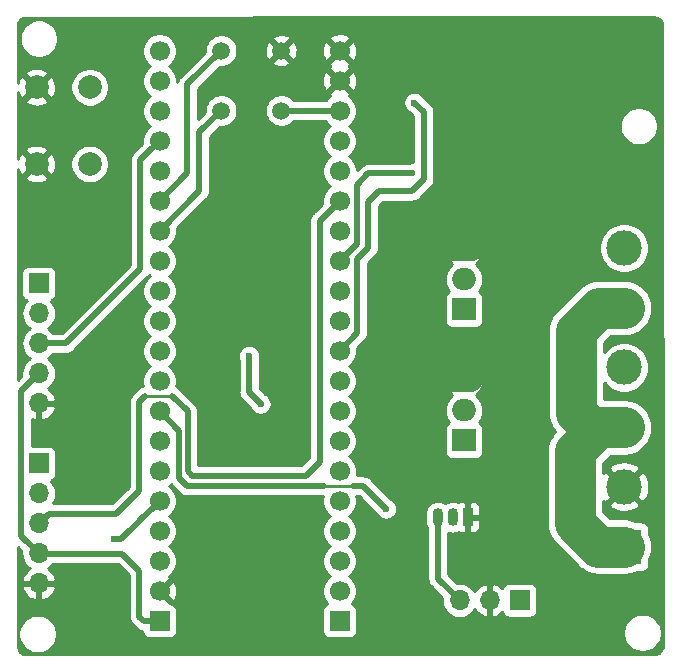
<source format=gbl>
G04 #@! TF.GenerationSoftware,KiCad,Pcbnew,(5.1.2)-2*
G04 #@! TF.CreationDate,2019-11-08T23:49:16+01:00*
G04 #@! TF.ProjectId,STM32_2CH_Dimmer,53544d33-325f-4324-9348-5f44696d6d65,rev?*
G04 #@! TF.SameCoordinates,Original*
G04 #@! TF.FileFunction,Copper,L2,Bot*
G04 #@! TF.FilePolarity,Positive*
%FSLAX46Y46*%
G04 Gerber Fmt 4.6, Leading zero omitted, Abs format (unit mm)*
G04 Created by KiCad (PCBNEW (5.1.2)-2) date 2019-11-08 23:49:16*
%MOMM*%
%LPD*%
G04 APERTURE LIST*
%ADD10O,2.000000X1.905000*%
%ADD11R,2.000000X1.905000*%
%ADD12R,1.700000X1.700000*%
%ADD13C,1.700000*%
%ADD14C,1.500000*%
%ADD15O,1.700000X1.700000*%
%ADD16C,3.000000*%
%ADD17C,2.000000*%
%ADD18R,3.000000X3.000000*%
%ADD19O,0.900000X1.500000*%
%ADD20R,0.900000X1.500000*%
%ADD21C,0.600000*%
%ADD22C,2.000000*%
%ADD23C,0.500000*%
%ADD24C,0.250000*%
%ADD25C,3.500000*%
%ADD26C,0.254000*%
G04 APERTURE END LIST*
D10*
X183900000Y-88420000D03*
X183900000Y-90960000D03*
D11*
X183900000Y-93500000D03*
D12*
X158115000Y-119888000D03*
D13*
X158115000Y-117348000D03*
X158115000Y-114808000D03*
X158115000Y-112268000D03*
X158115000Y-109728000D03*
X158115000Y-107188000D03*
X158115000Y-104648000D03*
X158115000Y-102108000D03*
X158115000Y-99568000D03*
X158115000Y-97028000D03*
X158115000Y-94488000D03*
X158115000Y-91948000D03*
X158115000Y-89408000D03*
X158115000Y-86868000D03*
X158115000Y-84328000D03*
X158115000Y-81788000D03*
X158115000Y-79248000D03*
X158115000Y-76708000D03*
X158115000Y-74168000D03*
X158115000Y-71628000D03*
X173355000Y-71628000D03*
X173355000Y-74168000D03*
X173355000Y-76708000D03*
X173355000Y-79248000D03*
X173355000Y-81788000D03*
X173355000Y-84328000D03*
X173355000Y-86868000D03*
X173355000Y-89408000D03*
X173355000Y-91948000D03*
X173355000Y-94488000D03*
X173355000Y-97028000D03*
X173355000Y-99568000D03*
X173355000Y-102108000D03*
X173355000Y-104648000D03*
X173355000Y-107188000D03*
X173355000Y-109728000D03*
X173355000Y-112268000D03*
X173355000Y-114808000D03*
X173355000Y-117348000D03*
D12*
X173355000Y-119888000D03*
D14*
X168410200Y-76678800D03*
X163330200Y-71598800D03*
X163330200Y-76678800D03*
X168410200Y-71598800D03*
D15*
X183520000Y-118140000D03*
X186060000Y-118140000D03*
D12*
X188600000Y-118140000D03*
D16*
X197450000Y-103500000D03*
X197450000Y-98420000D03*
X197450000Y-93400000D03*
X197450000Y-88320000D03*
D10*
X183900000Y-99520000D03*
X183900000Y-102060000D03*
D11*
X183900000Y-104600000D03*
D17*
X147700000Y-74700000D03*
X152200000Y-74700000D03*
X147700000Y-81200000D03*
X152200000Y-81200000D03*
D18*
X197450000Y-113600000D03*
D16*
X197450000Y-108520000D03*
D12*
X147898000Y-91310000D03*
D15*
X147898000Y-93850000D03*
X147898000Y-96390000D03*
X147898000Y-98930000D03*
X147898000Y-101470000D03*
D12*
X147898000Y-106550000D03*
D15*
X147898000Y-109090000D03*
X147898000Y-111630000D03*
X147898000Y-114170000D03*
X147898000Y-116710000D03*
D19*
X182930000Y-111100000D03*
X181660000Y-111100000D03*
D20*
X184200000Y-111100000D03*
D21*
X200000000Y-118000000D03*
X197000000Y-118000000D03*
X194000000Y-118000000D03*
X194000000Y-121000000D03*
X197000000Y-121000000D03*
X190000000Y-106000000D03*
X188000000Y-106000000D03*
X186000000Y-106000000D03*
X187000000Y-108000000D03*
X187000000Y-110000000D03*
X187000000Y-112000000D03*
X189000000Y-96000000D03*
X187000000Y-96000000D03*
X187000000Y-94000000D03*
X183000000Y-71000000D03*
X186000000Y-71000000D03*
X189000000Y-71000000D03*
X192000000Y-71000000D03*
X195000000Y-71000000D03*
X195000000Y-74000000D03*
X195000000Y-77000000D03*
X195000000Y-80000000D03*
X195000000Y-83000000D03*
X192000000Y-74000000D03*
X192000000Y-77000000D03*
X192000000Y-80000000D03*
X192000000Y-83000000D03*
X189000000Y-74000000D03*
X186000000Y-74000000D03*
X183000000Y-74000000D03*
X183000000Y-77000000D03*
X186000000Y-77000000D03*
X189000000Y-77000000D03*
X189000000Y-80000000D03*
X186000000Y-80000000D03*
X183000000Y-80000000D03*
X183000000Y-83000000D03*
X186000000Y-83000000D03*
X189000000Y-83000000D03*
X150000000Y-122000000D03*
X152000000Y-122000000D03*
X154000000Y-122000000D03*
X156000000Y-122000000D03*
X160000000Y-122000000D03*
X162000000Y-122000000D03*
X164000000Y-122000000D03*
X166000000Y-122000000D03*
X169000000Y-110000000D03*
X169000000Y-112000000D03*
X169000000Y-114000000D03*
X169000000Y-116000000D03*
X169000000Y-118000000D03*
X175000000Y-106000000D03*
X161000000Y-99000000D03*
X163000000Y-99000000D03*
X164000000Y-98000000D03*
X162000000Y-98000000D03*
X162000000Y-104000000D03*
X164000000Y-104000000D03*
X163000000Y-105000000D03*
X165000000Y-105000000D03*
X179700000Y-76000000D03*
X179500000Y-82000000D03*
X154300000Y-112950000D03*
X166675000Y-101500000D03*
X165700000Y-97450000D03*
X177300000Y-110400000D03*
D22*
X184480000Y-99520000D02*
X183900000Y-99520000D01*
X183900000Y-99100000D02*
X183900000Y-99520000D01*
X183900000Y-99520000D02*
X182770000Y-99520000D01*
X183900000Y-99520000D02*
X183900000Y-99400000D01*
X183900000Y-99400000D02*
X183000000Y-98500000D01*
X183900000Y-99520000D02*
X183900000Y-99350000D01*
X183900000Y-99350000D02*
X184750000Y-98500000D01*
X183900000Y-88420000D02*
X184580000Y-88420000D01*
X183900000Y-87900000D02*
X183900000Y-88420000D01*
X183080000Y-88420000D02*
X183900000Y-88420000D01*
X183900000Y-88150000D02*
X183900000Y-88420000D01*
X183900000Y-88150000D02*
X183000000Y-87250000D01*
X183900000Y-88100000D02*
X184750000Y-87250000D01*
X183900000Y-88420000D02*
X183900000Y-88100000D01*
D23*
X154170000Y-114220000D02*
X147898000Y-114220000D01*
X156765000Y-119888000D02*
X158115000Y-119888000D01*
X156400000Y-119523000D02*
X156765000Y-119888000D01*
X156400000Y-115650000D02*
X156400000Y-119523000D01*
X154170000Y-114220000D02*
X154970000Y-114220000D01*
X154970000Y-114220000D02*
X156400000Y-115650000D01*
X146597999Y-112869999D02*
X146569999Y-112869999D01*
X147898000Y-114170000D02*
X146597999Y-112869999D01*
X146569999Y-112869999D02*
X146400000Y-112700000D01*
X146400000Y-100428000D02*
X147898000Y-98930000D01*
X146400000Y-112700000D02*
X146400000Y-100428000D01*
X181660000Y-112350000D02*
X181680000Y-112370000D01*
X181660000Y-111100000D02*
X181660000Y-112350000D01*
X181680000Y-116300000D02*
X183520000Y-118140000D01*
X181680000Y-112370000D02*
X181680000Y-116300000D01*
X168439400Y-76708000D02*
X168410200Y-76678800D01*
X173355000Y-76708000D02*
X168439400Y-76708000D01*
X180500721Y-76800721D02*
X179700000Y-76000000D01*
X179700000Y-76000000D02*
X179700000Y-76000000D01*
X175800000Y-88300000D02*
X175800000Y-84400000D01*
X175800000Y-84400000D02*
X176700000Y-83500000D01*
X179500000Y-83500000D02*
X180500721Y-82499279D01*
X176700000Y-83500000D02*
X179500000Y-83500000D01*
X180500721Y-82499279D02*
X180500721Y-76800721D01*
X174875000Y-95508000D02*
X174875000Y-89225000D01*
X173355000Y-97028000D02*
X174875000Y-95508000D01*
X174875000Y-89225000D02*
X175800000Y-88300000D01*
X173355000Y-89408000D02*
X174204999Y-88558001D01*
X179000000Y-82000000D02*
X179500000Y-82000000D01*
X179500000Y-82000000D02*
X179500000Y-82000000D01*
X175800000Y-82000000D02*
X179500000Y-82000000D01*
X174830000Y-87969606D02*
X174830000Y-82970000D01*
X174830000Y-82970000D02*
X175800000Y-82000000D01*
X174793394Y-87969606D02*
X173355000Y-89408000D01*
X150210000Y-96390000D02*
X147898000Y-96390000D01*
X156500000Y-90100000D02*
X150210000Y-96390000D01*
X156500000Y-80850000D02*
X156500000Y-90100000D01*
X157252001Y-80097999D02*
X156500000Y-80850000D01*
X158115000Y-79248000D02*
X157265001Y-80097999D01*
X157265001Y-80097999D02*
X157252001Y-80097999D01*
X156400000Y-111443000D02*
X158115000Y-109728000D01*
X154893000Y-112950000D02*
X154300000Y-112950000D01*
X158115000Y-109728000D02*
X154893000Y-112950000D01*
D24*
X156900000Y-100850000D02*
X159200000Y-100850000D01*
D23*
X148747999Y-110830001D02*
X147898000Y-111680000D01*
X154469999Y-110830001D02*
X148747999Y-110830001D01*
X156400000Y-108900000D02*
X154469999Y-110830001D01*
X156400000Y-101350000D02*
X156400000Y-108900000D01*
X156900000Y-100850000D02*
X156400000Y-101350000D01*
X171847000Y-85833000D02*
X171850000Y-85833000D01*
X171665000Y-86015000D02*
X171847000Y-85833000D01*
X171850000Y-85833000D02*
X173355000Y-84328000D01*
X159200000Y-100850000D02*
X160500010Y-102150010D01*
X160500010Y-102150010D02*
X160500010Y-107200010D01*
X160500010Y-107200010D02*
X160900000Y-107600000D01*
X160900000Y-107600000D02*
X170500000Y-107600000D01*
X170500000Y-107600000D02*
X171665000Y-106435000D01*
X171665000Y-106435000D02*
X171665000Y-86015000D01*
X166675000Y-101500000D02*
X165690000Y-100515000D01*
X165700000Y-100505000D02*
X165700000Y-97450000D01*
X165690000Y-100515000D02*
X165700000Y-100505000D01*
D24*
X172000000Y-108450000D02*
X174500000Y-108450000D01*
D23*
X174500000Y-108450000D02*
X175350000Y-108450000D01*
X158115000Y-102108000D02*
X159800000Y-103793000D01*
X159800000Y-103793000D02*
X159800000Y-107800000D01*
X160450000Y-108450000D02*
X172000000Y-108450000D01*
X159800000Y-107800000D02*
X160450000Y-108450000D01*
X177300000Y-110400000D02*
X177300000Y-110400000D01*
X175350000Y-108450000D02*
X177300000Y-110400000D01*
D25*
X194625000Y-103500000D02*
X197450000Y-103500000D01*
X193375000Y-102250000D02*
X194625000Y-103500000D01*
X193375000Y-95353680D02*
X193375000Y-102250000D01*
X197450000Y-93400000D02*
X195328680Y-93400000D01*
X195328680Y-93400000D02*
X193375000Y-95353680D01*
X197450000Y-103500000D02*
X195325000Y-103500000D01*
X195325000Y-103500000D02*
X193300000Y-105525000D01*
X193300000Y-105525000D02*
X193300000Y-111625000D01*
X195275000Y-113600000D02*
X197450000Y-113600000D01*
X193300000Y-111625000D02*
X195275000Y-113600000D01*
D23*
X158115000Y-86868000D02*
X161476000Y-83507000D01*
X161476000Y-78533000D02*
X163330200Y-76678800D01*
X161476000Y-83507000D02*
X161476000Y-78533000D01*
X158115000Y-84328000D02*
X160460000Y-81983000D01*
X160460000Y-74469000D02*
X163330200Y-71598800D01*
X160460000Y-81983000D02*
X160460000Y-74469000D01*
D26*
G36*
X199955425Y-68789981D02*
G01*
X200125531Y-68806497D01*
X200255267Y-68845532D01*
X200374956Y-68909024D01*
X200480031Y-68994554D01*
X200566493Y-69098867D01*
X200631043Y-69217978D01*
X200671229Y-69347362D01*
X200688961Y-69514535D01*
X200729974Y-121965887D01*
X200713503Y-122135531D01*
X200674469Y-122265267D01*
X200610974Y-122384959D01*
X200525445Y-122490031D01*
X200421137Y-122576490D01*
X200302022Y-122641043D01*
X200172634Y-122681231D01*
X200005470Y-122698961D01*
X185103440Y-122709998D01*
X146854206Y-122729983D01*
X146684469Y-122713503D01*
X146554733Y-122674469D01*
X146435041Y-122610974D01*
X146329969Y-122525445D01*
X146243510Y-122421137D01*
X146178957Y-122302022D01*
X146138769Y-122172634D01*
X146121052Y-122005585D01*
X146120781Y-120838967D01*
X146165000Y-120838967D01*
X146165000Y-121161033D01*
X146227832Y-121476912D01*
X146351082Y-121774463D01*
X146530013Y-122042252D01*
X146757748Y-122269987D01*
X147025537Y-122448918D01*
X147323088Y-122572168D01*
X147638967Y-122635000D01*
X147961033Y-122635000D01*
X148276912Y-122572168D01*
X148574463Y-122448918D01*
X148842252Y-122269987D01*
X149069987Y-122042252D01*
X149248918Y-121774463D01*
X149372168Y-121476912D01*
X149435000Y-121161033D01*
X149435000Y-120838967D01*
X149372168Y-120523088D01*
X149248918Y-120225537D01*
X149069987Y-119957748D01*
X148842252Y-119730013D01*
X148574463Y-119551082D01*
X148276912Y-119427832D01*
X147961033Y-119365000D01*
X147638967Y-119365000D01*
X147323088Y-119427832D01*
X147025537Y-119551082D01*
X146757748Y-119730013D01*
X146530013Y-119957748D01*
X146351082Y-120225537D01*
X146227832Y-120523088D01*
X146165000Y-120838967D01*
X146120781Y-120838967D01*
X146119902Y-117066890D01*
X146456524Y-117066890D01*
X146501175Y-117214099D01*
X146626359Y-117476920D01*
X146800412Y-117710269D01*
X147016645Y-117905178D01*
X147266748Y-118054157D01*
X147541109Y-118151481D01*
X147771000Y-118030814D01*
X147771000Y-116837000D01*
X148025000Y-116837000D01*
X148025000Y-118030814D01*
X148254891Y-118151481D01*
X148529252Y-118054157D01*
X148779355Y-117905178D01*
X148995588Y-117710269D01*
X149169641Y-117476920D01*
X149294825Y-117214099D01*
X149339476Y-117066890D01*
X149218155Y-116837000D01*
X148025000Y-116837000D01*
X147771000Y-116837000D01*
X146577845Y-116837000D01*
X146456524Y-117066890D01*
X146119902Y-117066890D01*
X146119104Y-113642682D01*
X146427388Y-113950966D01*
X146405815Y-114170000D01*
X146434487Y-114461111D01*
X146519401Y-114741034D01*
X146657294Y-114999014D01*
X146842866Y-115225134D01*
X147068986Y-115410706D01*
X147133523Y-115445201D01*
X147016645Y-115514822D01*
X146800412Y-115709731D01*
X146626359Y-115943080D01*
X146501175Y-116205901D01*
X146456524Y-116353110D01*
X146577845Y-116583000D01*
X147771000Y-116583000D01*
X147771000Y-116563000D01*
X148025000Y-116563000D01*
X148025000Y-116583000D01*
X149218155Y-116583000D01*
X149339476Y-116353110D01*
X149294825Y-116205901D01*
X149169641Y-115943080D01*
X148995588Y-115709731D01*
X148779355Y-115514822D01*
X148662477Y-115445201D01*
X148727014Y-115410706D01*
X148953134Y-115225134D01*
X149051725Y-115105000D01*
X154603422Y-115105000D01*
X155515000Y-116016579D01*
X155515001Y-119479521D01*
X155510719Y-119523000D01*
X155527805Y-119696490D01*
X155578412Y-119863313D01*
X155660590Y-120017059D01*
X155743468Y-120118046D01*
X155743471Y-120118049D01*
X155771184Y-120151817D01*
X155804952Y-120179530D01*
X156108466Y-120483044D01*
X156136183Y-120516817D01*
X156270941Y-120627411D01*
X156424687Y-120709589D01*
X156518344Y-120738000D01*
X156591509Y-120760195D01*
X156606306Y-120761652D01*
X156629482Y-120763935D01*
X156639188Y-120862482D01*
X156675498Y-120982180D01*
X156734463Y-121092494D01*
X156813815Y-121189185D01*
X156910506Y-121268537D01*
X157020820Y-121327502D01*
X157140518Y-121363812D01*
X157265000Y-121376072D01*
X158965000Y-121376072D01*
X159089482Y-121363812D01*
X159209180Y-121327502D01*
X159319494Y-121268537D01*
X159416185Y-121189185D01*
X159495537Y-121092494D01*
X159554502Y-120982180D01*
X159590812Y-120862482D01*
X159603072Y-120738000D01*
X159603072Y-119038000D01*
X159590812Y-118913518D01*
X159554502Y-118793820D01*
X159495537Y-118683506D01*
X159416185Y-118586815D01*
X159319494Y-118507463D01*
X159209180Y-118448498D01*
X159089482Y-118412188D01*
X158965000Y-118399928D01*
X158956458Y-118399928D01*
X158963792Y-118376397D01*
X158115000Y-117527605D01*
X158100858Y-117541748D01*
X157921253Y-117362143D01*
X157935395Y-117348000D01*
X158294605Y-117348000D01*
X159143397Y-118196792D01*
X159392472Y-118119157D01*
X159518371Y-117855117D01*
X159590339Y-117571589D01*
X159605611Y-117279469D01*
X159563599Y-116989981D01*
X159465919Y-116714253D01*
X159392472Y-116576843D01*
X159143397Y-116499208D01*
X158294605Y-117348000D01*
X157935395Y-117348000D01*
X157921253Y-117333858D01*
X158100858Y-117154253D01*
X158115000Y-117168395D01*
X158963792Y-116319603D01*
X158888271Y-116077311D01*
X159061632Y-115961475D01*
X159268475Y-115754632D01*
X159430990Y-115511411D01*
X159542932Y-115241158D01*
X159600000Y-114954260D01*
X159600000Y-114661740D01*
X159542932Y-114374842D01*
X159430990Y-114104589D01*
X159268475Y-113861368D01*
X159061632Y-113654525D01*
X158887240Y-113538000D01*
X159061632Y-113421475D01*
X159268475Y-113214632D01*
X159430990Y-112971411D01*
X159542932Y-112701158D01*
X159600000Y-112414260D01*
X159600000Y-112121740D01*
X159542932Y-111834842D01*
X159430990Y-111564589D01*
X159268475Y-111321368D01*
X159061632Y-111114525D01*
X158887240Y-110998000D01*
X159061632Y-110881475D01*
X159268475Y-110674632D01*
X159430990Y-110431411D01*
X159542932Y-110161158D01*
X159600000Y-109874260D01*
X159600000Y-109581740D01*
X159542932Y-109294842D01*
X159430990Y-109024589D01*
X159268475Y-108781368D01*
X159061632Y-108574525D01*
X158887240Y-108458000D01*
X159061632Y-108341475D01*
X159082433Y-108320674D01*
X159143468Y-108395046D01*
X159143471Y-108395049D01*
X159171184Y-108428817D01*
X159204951Y-108456529D01*
X159793470Y-109045049D01*
X159821183Y-109078817D01*
X159854951Y-109106530D01*
X159854953Y-109106532D01*
X159914677Y-109155546D01*
X159955941Y-109189411D01*
X160109687Y-109271589D01*
X160276510Y-109322195D01*
X160406523Y-109335000D01*
X160406531Y-109335000D01*
X160450000Y-109339281D01*
X160493469Y-109335000D01*
X171919080Y-109335000D01*
X171870000Y-109581740D01*
X171870000Y-109874260D01*
X171927068Y-110161158D01*
X172039010Y-110431411D01*
X172201525Y-110674632D01*
X172408368Y-110881475D01*
X172582760Y-110998000D01*
X172408368Y-111114525D01*
X172201525Y-111321368D01*
X172039010Y-111564589D01*
X171927068Y-111834842D01*
X171870000Y-112121740D01*
X171870000Y-112414260D01*
X171927068Y-112701158D01*
X172039010Y-112971411D01*
X172201525Y-113214632D01*
X172408368Y-113421475D01*
X172582760Y-113538000D01*
X172408368Y-113654525D01*
X172201525Y-113861368D01*
X172039010Y-114104589D01*
X171927068Y-114374842D01*
X171870000Y-114661740D01*
X171870000Y-114954260D01*
X171927068Y-115241158D01*
X172039010Y-115511411D01*
X172201525Y-115754632D01*
X172408368Y-115961475D01*
X172582760Y-116078000D01*
X172408368Y-116194525D01*
X172201525Y-116401368D01*
X172039010Y-116644589D01*
X171927068Y-116914842D01*
X171870000Y-117201740D01*
X171870000Y-117494260D01*
X171927068Y-117781158D01*
X172039010Y-118051411D01*
X172201525Y-118294632D01*
X172333380Y-118426487D01*
X172260820Y-118448498D01*
X172150506Y-118507463D01*
X172053815Y-118586815D01*
X171974463Y-118683506D01*
X171915498Y-118793820D01*
X171879188Y-118913518D01*
X171866928Y-119038000D01*
X171866928Y-120738000D01*
X171879188Y-120862482D01*
X171915498Y-120982180D01*
X171974463Y-121092494D01*
X172053815Y-121189185D01*
X172150506Y-121268537D01*
X172260820Y-121327502D01*
X172380518Y-121363812D01*
X172505000Y-121376072D01*
X174205000Y-121376072D01*
X174329482Y-121363812D01*
X174449180Y-121327502D01*
X174559494Y-121268537D01*
X174656185Y-121189185D01*
X174735537Y-121092494D01*
X174794502Y-120982180D01*
X174830812Y-120862482D01*
X174842976Y-120738967D01*
X197365000Y-120738967D01*
X197365000Y-121061033D01*
X197427832Y-121376912D01*
X197551082Y-121674463D01*
X197730013Y-121942252D01*
X197957748Y-122169987D01*
X198225537Y-122348918D01*
X198523088Y-122472168D01*
X198838967Y-122535000D01*
X199161033Y-122535000D01*
X199476912Y-122472168D01*
X199774463Y-122348918D01*
X200042252Y-122169987D01*
X200269987Y-121942252D01*
X200448918Y-121674463D01*
X200572168Y-121376912D01*
X200635000Y-121061033D01*
X200635000Y-120738967D01*
X200572168Y-120423088D01*
X200448918Y-120125537D01*
X200269987Y-119857748D01*
X200042252Y-119630013D01*
X199774463Y-119451082D01*
X199476912Y-119327832D01*
X199161033Y-119265000D01*
X198838967Y-119265000D01*
X198523088Y-119327832D01*
X198225537Y-119451082D01*
X197957748Y-119630013D01*
X197730013Y-119857748D01*
X197551082Y-120125537D01*
X197427832Y-120423088D01*
X197365000Y-120738967D01*
X174842976Y-120738967D01*
X174843072Y-120738000D01*
X174843072Y-119038000D01*
X174830812Y-118913518D01*
X174794502Y-118793820D01*
X174735537Y-118683506D01*
X174656185Y-118586815D01*
X174559494Y-118507463D01*
X174449180Y-118448498D01*
X174376620Y-118426487D01*
X174508475Y-118294632D01*
X174670990Y-118051411D01*
X174782932Y-117781158D01*
X174840000Y-117494260D01*
X174840000Y-117201740D01*
X174782932Y-116914842D01*
X174670990Y-116644589D01*
X174508475Y-116401368D01*
X174301632Y-116194525D01*
X174127240Y-116078000D01*
X174301632Y-115961475D01*
X174508475Y-115754632D01*
X174670990Y-115511411D01*
X174782932Y-115241158D01*
X174840000Y-114954260D01*
X174840000Y-114661740D01*
X174782932Y-114374842D01*
X174670990Y-114104589D01*
X174508475Y-113861368D01*
X174301632Y-113654525D01*
X174127240Y-113538000D01*
X174301632Y-113421475D01*
X174508475Y-113214632D01*
X174670990Y-112971411D01*
X174782932Y-112701158D01*
X174840000Y-112414260D01*
X174840000Y-112121740D01*
X174782932Y-111834842D01*
X174670990Y-111564589D01*
X174508475Y-111321368D01*
X174301632Y-111114525D01*
X174127240Y-110998000D01*
X174301632Y-110881475D01*
X174508475Y-110674632D01*
X174670990Y-110431411D01*
X174782932Y-110161158D01*
X174840000Y-109874260D01*
X174840000Y-109581740D01*
X174790920Y-109335000D01*
X174983422Y-109335000D01*
X176457346Y-110808924D01*
X176471414Y-110842889D01*
X176573738Y-110996028D01*
X176703972Y-111126262D01*
X176857111Y-111228586D01*
X177027271Y-111299068D01*
X177207911Y-111335000D01*
X177392089Y-111335000D01*
X177572729Y-111299068D01*
X177742889Y-111228586D01*
X177896028Y-111126262D01*
X178026262Y-110996028D01*
X178128586Y-110842889D01*
X178168425Y-110746707D01*
X180575000Y-110746707D01*
X180575000Y-111453294D01*
X180590700Y-111612697D01*
X180652742Y-111817220D01*
X180753492Y-112005710D01*
X180775001Y-112031918D01*
X180775001Y-112306522D01*
X180770719Y-112350000D01*
X180787805Y-112523490D01*
X180795000Y-112547208D01*
X180795001Y-116256521D01*
X180790719Y-116300000D01*
X180807805Y-116473490D01*
X180858412Y-116640313D01*
X180940590Y-116794059D01*
X181023468Y-116895046D01*
X181023471Y-116895049D01*
X181051184Y-116928817D01*
X181084951Y-116956529D01*
X182049388Y-117920967D01*
X182027815Y-118140000D01*
X182056487Y-118431111D01*
X182141401Y-118711034D01*
X182279294Y-118969014D01*
X182464866Y-119195134D01*
X182690986Y-119380706D01*
X182948966Y-119518599D01*
X183228889Y-119603513D01*
X183447050Y-119625000D01*
X183592950Y-119625000D01*
X183811111Y-119603513D01*
X184091034Y-119518599D01*
X184349014Y-119380706D01*
X184575134Y-119195134D01*
X184760706Y-118969014D01*
X184795201Y-118904477D01*
X184864822Y-119021355D01*
X185059731Y-119237588D01*
X185293080Y-119411641D01*
X185555901Y-119536825D01*
X185703110Y-119581476D01*
X185933000Y-119460155D01*
X185933000Y-118267000D01*
X185913000Y-118267000D01*
X185913000Y-118013000D01*
X185933000Y-118013000D01*
X185933000Y-116819845D01*
X186187000Y-116819845D01*
X186187000Y-118013000D01*
X186207000Y-118013000D01*
X186207000Y-118267000D01*
X186187000Y-118267000D01*
X186187000Y-119460155D01*
X186416890Y-119581476D01*
X186564099Y-119536825D01*
X186826920Y-119411641D01*
X187060269Y-119237588D01*
X187136034Y-119153534D01*
X187160498Y-119234180D01*
X187219463Y-119344494D01*
X187298815Y-119441185D01*
X187395506Y-119520537D01*
X187505820Y-119579502D01*
X187625518Y-119615812D01*
X187750000Y-119628072D01*
X189450000Y-119628072D01*
X189574482Y-119615812D01*
X189694180Y-119579502D01*
X189804494Y-119520537D01*
X189901185Y-119441185D01*
X189980537Y-119344494D01*
X190039502Y-119234180D01*
X190075812Y-119114482D01*
X190088072Y-118990000D01*
X190088072Y-117290000D01*
X190075812Y-117165518D01*
X190039502Y-117045820D01*
X189980537Y-116935506D01*
X189901185Y-116838815D01*
X189804494Y-116759463D01*
X189694180Y-116700498D01*
X189574482Y-116664188D01*
X189450000Y-116651928D01*
X187750000Y-116651928D01*
X187625518Y-116664188D01*
X187505820Y-116700498D01*
X187395506Y-116759463D01*
X187298815Y-116838815D01*
X187219463Y-116935506D01*
X187160498Y-117045820D01*
X187136034Y-117126466D01*
X187060269Y-117042412D01*
X186826920Y-116868359D01*
X186564099Y-116743175D01*
X186416890Y-116698524D01*
X186187000Y-116819845D01*
X185933000Y-116819845D01*
X185703110Y-116698524D01*
X185555901Y-116743175D01*
X185293080Y-116868359D01*
X185059731Y-117042412D01*
X184864822Y-117258645D01*
X184795201Y-117375523D01*
X184760706Y-117310986D01*
X184575134Y-117084866D01*
X184349014Y-116899294D01*
X184091034Y-116761401D01*
X183811111Y-116676487D01*
X183592950Y-116655000D01*
X183447050Y-116655000D01*
X183300967Y-116669388D01*
X182565000Y-115933422D01*
X182565000Y-112423099D01*
X182717304Y-112469300D01*
X182930000Y-112490249D01*
X183142697Y-112469300D01*
X183347220Y-112407259D01*
X183396360Y-112380993D01*
X183505820Y-112439502D01*
X183625518Y-112475812D01*
X183750000Y-112488072D01*
X183914250Y-112485000D01*
X184073000Y-112326250D01*
X184073000Y-111227000D01*
X184327000Y-111227000D01*
X184327000Y-112326250D01*
X184485750Y-112485000D01*
X184650000Y-112488072D01*
X184774482Y-112475812D01*
X184894180Y-112439502D01*
X185004494Y-112380537D01*
X185101185Y-112301185D01*
X185180537Y-112204494D01*
X185239502Y-112094180D01*
X185275812Y-111974482D01*
X185288072Y-111850000D01*
X185285000Y-111385750D01*
X185126250Y-111227000D01*
X184327000Y-111227000D01*
X184073000Y-111227000D01*
X184053000Y-111227000D01*
X184053000Y-110973000D01*
X184073000Y-110973000D01*
X184073000Y-109873750D01*
X184327000Y-109873750D01*
X184327000Y-110973000D01*
X185126250Y-110973000D01*
X185285000Y-110814250D01*
X185288072Y-110350000D01*
X185275812Y-110225518D01*
X185239502Y-110105820D01*
X185180537Y-109995506D01*
X185101185Y-109898815D01*
X185004494Y-109819463D01*
X184894180Y-109760498D01*
X184774482Y-109724188D01*
X184650000Y-109711928D01*
X184485750Y-109715000D01*
X184327000Y-109873750D01*
X184073000Y-109873750D01*
X183914250Y-109715000D01*
X183750000Y-109711928D01*
X183625518Y-109724188D01*
X183505820Y-109760498D01*
X183396359Y-109819007D01*
X183347219Y-109792741D01*
X183142696Y-109730700D01*
X182930000Y-109709751D01*
X182717303Y-109730700D01*
X182512780Y-109792741D01*
X182324290Y-109893491D01*
X182295000Y-109917529D01*
X182265710Y-109893491D01*
X182077219Y-109792741D01*
X181872696Y-109730700D01*
X181660000Y-109709751D01*
X181447303Y-109730700D01*
X181242780Y-109792741D01*
X181054290Y-109893491D01*
X180889078Y-110029078D01*
X180753491Y-110194290D01*
X180652741Y-110382781D01*
X180590700Y-110587304D01*
X180575000Y-110746707D01*
X178168425Y-110746707D01*
X178199068Y-110672729D01*
X178235000Y-110492089D01*
X178235000Y-110307911D01*
X178199068Y-110127271D01*
X178128586Y-109957111D01*
X178026262Y-109803972D01*
X177896028Y-109673738D01*
X177742889Y-109571414D01*
X177708924Y-109557346D01*
X176006534Y-107854956D01*
X175978817Y-107821183D01*
X175844059Y-107710589D01*
X175690313Y-107628411D01*
X175523490Y-107577805D01*
X175393477Y-107565000D01*
X175393469Y-107565000D01*
X175350000Y-107560719D01*
X175306531Y-107565000D01*
X174794103Y-107565000D01*
X174840000Y-107334260D01*
X174840000Y-107041740D01*
X174782932Y-106754842D01*
X174670990Y-106484589D01*
X174508475Y-106241368D01*
X174301632Y-106034525D01*
X174127240Y-105918000D01*
X174301632Y-105801475D01*
X174508475Y-105594632D01*
X174670990Y-105351411D01*
X174782932Y-105081158D01*
X174840000Y-104794260D01*
X174840000Y-104501740D01*
X174782932Y-104214842D01*
X174670990Y-103944589D01*
X174508475Y-103701368D01*
X174301632Y-103494525D01*
X174127240Y-103378000D01*
X174301632Y-103261475D01*
X174508475Y-103054632D01*
X174670990Y-102811411D01*
X174782932Y-102541158D01*
X174840000Y-102254260D01*
X174840000Y-102060000D01*
X182257319Y-102060000D01*
X182287970Y-102371204D01*
X182378745Y-102670449D01*
X182526155Y-102946235D01*
X182629446Y-103072095D01*
X182545506Y-103116963D01*
X182448815Y-103196315D01*
X182369463Y-103293006D01*
X182310498Y-103403320D01*
X182274188Y-103523018D01*
X182261928Y-103647500D01*
X182261928Y-105552500D01*
X182274188Y-105676982D01*
X182310498Y-105796680D01*
X182369463Y-105906994D01*
X182448815Y-106003685D01*
X182545506Y-106083037D01*
X182655820Y-106142002D01*
X182775518Y-106178312D01*
X182900000Y-106190572D01*
X184900000Y-106190572D01*
X185024482Y-106178312D01*
X185144180Y-106142002D01*
X185254494Y-106083037D01*
X185351185Y-106003685D01*
X185430537Y-105906994D01*
X185489502Y-105796680D01*
X185525812Y-105676982D01*
X185538072Y-105552500D01*
X185538072Y-105525000D01*
X190903461Y-105525000D01*
X190915000Y-105642157D01*
X190915001Y-111507833D01*
X190903461Y-111625000D01*
X190949510Y-112092541D01*
X191085887Y-112542115D01*
X191307351Y-112956445D01*
X191530708Y-113228607D01*
X191530712Y-113228611D01*
X191605392Y-113319609D01*
X191696390Y-113394289D01*
X193505710Y-115203610D01*
X193580391Y-115294609D01*
X193671389Y-115369289D01*
X193671392Y-115369292D01*
X193844565Y-115511411D01*
X193943554Y-115592649D01*
X194357884Y-115814113D01*
X194807458Y-115950490D01*
X195157843Y-115985000D01*
X195275000Y-115996539D01*
X195392157Y-115985000D01*
X197567157Y-115985000D01*
X197917542Y-115950490D01*
X198367116Y-115814113D01*
X198509379Y-115738072D01*
X198950000Y-115738072D01*
X199074482Y-115725812D01*
X199194180Y-115689502D01*
X199304494Y-115630537D01*
X199401185Y-115551185D01*
X199480537Y-115454494D01*
X199539502Y-115344180D01*
X199575812Y-115224482D01*
X199588072Y-115100000D01*
X199588072Y-114659379D01*
X199664113Y-114517116D01*
X199800490Y-114067542D01*
X199846539Y-113600000D01*
X199800490Y-113132458D01*
X199664113Y-112682884D01*
X199588072Y-112540621D01*
X199588072Y-112100000D01*
X199575812Y-111975518D01*
X199539502Y-111855820D01*
X199480537Y-111745506D01*
X199401185Y-111648815D01*
X199304494Y-111569463D01*
X199194180Y-111510498D01*
X199074482Y-111474188D01*
X198950000Y-111461928D01*
X198509379Y-111461928D01*
X198367116Y-111385887D01*
X197917542Y-111249510D01*
X197567157Y-111215000D01*
X196262900Y-111215000D01*
X195685000Y-110637101D01*
X195685000Y-110011653D01*
X196137952Y-110011653D01*
X196293962Y-110327214D01*
X196668745Y-110518020D01*
X197073551Y-110632044D01*
X197492824Y-110664902D01*
X197910451Y-110615334D01*
X198310383Y-110485243D01*
X198606038Y-110327214D01*
X198762048Y-110011653D01*
X197450000Y-108699605D01*
X196137952Y-110011653D01*
X195685000Y-110011653D01*
X195685000Y-109696908D01*
X195958347Y-109832048D01*
X197270395Y-108520000D01*
X197629605Y-108520000D01*
X198941653Y-109832048D01*
X199257214Y-109676038D01*
X199448020Y-109301255D01*
X199562044Y-108896449D01*
X199594902Y-108477176D01*
X199545334Y-108059549D01*
X199415243Y-107659617D01*
X199257214Y-107363962D01*
X198941653Y-107207952D01*
X197629605Y-108520000D01*
X197270395Y-108520000D01*
X195958347Y-107207952D01*
X195685000Y-107343092D01*
X195685000Y-107028347D01*
X196137952Y-107028347D01*
X197450000Y-108340395D01*
X198762048Y-107028347D01*
X198606038Y-106712786D01*
X198231255Y-106521980D01*
X197826449Y-106407956D01*
X197407176Y-106375098D01*
X196989549Y-106424666D01*
X196589617Y-106554757D01*
X196293962Y-106712786D01*
X196137952Y-107028347D01*
X195685000Y-107028347D01*
X195685000Y-106512899D01*
X196312899Y-105885000D01*
X197567157Y-105885000D01*
X197917542Y-105850490D01*
X198367116Y-105714113D01*
X198781446Y-105492649D01*
X199144609Y-105194609D01*
X199442649Y-104831446D01*
X199664113Y-104417116D01*
X199800490Y-103967542D01*
X199846539Y-103500000D01*
X199800490Y-103032458D01*
X199664113Y-102582884D01*
X199442649Y-102168554D01*
X199144609Y-101805391D01*
X198781446Y-101507351D01*
X198367116Y-101285887D01*
X197917542Y-101149510D01*
X197567157Y-101115000D01*
X195760000Y-101115000D01*
X195760000Y-99733635D01*
X195791637Y-99780983D01*
X196089017Y-100078363D01*
X196438698Y-100312012D01*
X196827244Y-100472953D01*
X197239721Y-100555000D01*
X197660279Y-100555000D01*
X198072756Y-100472953D01*
X198461302Y-100312012D01*
X198810983Y-100078363D01*
X199108363Y-99780983D01*
X199342012Y-99431302D01*
X199502953Y-99042756D01*
X199585000Y-98630279D01*
X199585000Y-98209721D01*
X199502953Y-97797244D01*
X199342012Y-97408698D01*
X199108363Y-97059017D01*
X198810983Y-96761637D01*
X198461302Y-96527988D01*
X198072756Y-96367047D01*
X197660279Y-96285000D01*
X197239721Y-96285000D01*
X196827244Y-96367047D01*
X196438698Y-96527988D01*
X196089017Y-96761637D01*
X195791637Y-97059017D01*
X195760000Y-97106365D01*
X195760000Y-96341579D01*
X196316579Y-95785000D01*
X197567157Y-95785000D01*
X197917542Y-95750490D01*
X198367116Y-95614113D01*
X198781446Y-95392649D01*
X199144609Y-95094609D01*
X199442649Y-94731446D01*
X199664113Y-94317116D01*
X199800490Y-93867542D01*
X199846539Y-93400000D01*
X199800490Y-92932458D01*
X199664113Y-92482884D01*
X199442649Y-92068554D01*
X199144609Y-91705391D01*
X198781446Y-91407351D01*
X198367116Y-91185887D01*
X197917542Y-91049510D01*
X197567157Y-91015000D01*
X195445837Y-91015000D01*
X195328680Y-91003461D01*
X195211523Y-91015000D01*
X194861138Y-91049510D01*
X194411564Y-91185887D01*
X193997234Y-91407351D01*
X193634071Y-91705391D01*
X193559386Y-91796395D01*
X191771395Y-93584386D01*
X191680391Y-93659071D01*
X191523700Y-93850000D01*
X191382351Y-94022235D01*
X191160887Y-94436565D01*
X191024510Y-94886139D01*
X190978461Y-95353680D01*
X190990000Y-95470837D01*
X190990001Y-102132833D01*
X190978461Y-102250000D01*
X191024510Y-102717541D01*
X191160887Y-103167115D01*
X191382351Y-103581445D01*
X191596023Y-103841806D01*
X191365454Y-104122756D01*
X191307351Y-104193555D01*
X191085887Y-104607885D01*
X190949510Y-105057459D01*
X190903461Y-105525000D01*
X185538072Y-105525000D01*
X185538072Y-103647500D01*
X185525812Y-103523018D01*
X185489502Y-103403320D01*
X185430537Y-103293006D01*
X185351185Y-103196315D01*
X185254494Y-103116963D01*
X185170554Y-103072095D01*
X185273845Y-102946235D01*
X185421255Y-102670449D01*
X185512030Y-102371204D01*
X185542681Y-102060000D01*
X185512030Y-101748796D01*
X185421255Y-101449551D01*
X185273845Y-101173765D01*
X185075463Y-100932037D01*
X184896101Y-100784837D01*
X185081315Y-100629437D01*
X185275969Y-100386923D01*
X185419571Y-100111094D01*
X185490563Y-99892980D01*
X185370594Y-99647000D01*
X184027000Y-99647000D01*
X184027000Y-99667000D01*
X183773000Y-99667000D01*
X183773000Y-99647000D01*
X182429406Y-99647000D01*
X182309437Y-99892980D01*
X182380429Y-100111094D01*
X182524031Y-100386923D01*
X182718685Y-100629437D01*
X182903899Y-100784837D01*
X182724537Y-100932037D01*
X182526155Y-101173765D01*
X182378745Y-101449551D01*
X182287970Y-101748796D01*
X182257319Y-102060000D01*
X174840000Y-102060000D01*
X174840000Y-101961740D01*
X174782932Y-101674842D01*
X174670990Y-101404589D01*
X174508475Y-101161368D01*
X174301632Y-100954525D01*
X174127240Y-100838000D01*
X174301632Y-100721475D01*
X174508475Y-100514632D01*
X174670990Y-100271411D01*
X174782932Y-100001158D01*
X174840000Y-99714260D01*
X174840000Y-99421740D01*
X174785355Y-99147020D01*
X182309437Y-99147020D01*
X182429406Y-99393000D01*
X183773000Y-99393000D01*
X183773000Y-98094430D01*
X184027000Y-98094430D01*
X184027000Y-99393000D01*
X185370594Y-99393000D01*
X185490563Y-99147020D01*
X185419571Y-98928906D01*
X185275969Y-98653077D01*
X185081315Y-98410563D01*
X184843089Y-98210684D01*
X184570446Y-98061121D01*
X184273863Y-97967622D01*
X184027000Y-98094430D01*
X183773000Y-98094430D01*
X183526137Y-97967622D01*
X183229554Y-98061121D01*
X182956911Y-98210684D01*
X182718685Y-98410563D01*
X182524031Y-98653077D01*
X182380429Y-98928906D01*
X182309437Y-99147020D01*
X174785355Y-99147020D01*
X174782932Y-99134842D01*
X174670990Y-98864589D01*
X174508475Y-98621368D01*
X174301632Y-98414525D01*
X174127240Y-98298000D01*
X174301632Y-98181475D01*
X174508475Y-97974632D01*
X174670990Y-97731411D01*
X174782932Y-97461158D01*
X174840000Y-97174260D01*
X174840000Y-96881740D01*
X174825539Y-96809040D01*
X175470050Y-96164529D01*
X175503817Y-96136817D01*
X175549324Y-96081368D01*
X175614411Y-96002059D01*
X175696589Y-95848314D01*
X175747195Y-95681490D01*
X175755214Y-95600068D01*
X175760000Y-95551477D01*
X175760000Y-95551469D01*
X175764281Y-95508000D01*
X175760000Y-95464531D01*
X175760000Y-90960000D01*
X182257319Y-90960000D01*
X182287970Y-91271204D01*
X182378745Y-91570449D01*
X182526155Y-91846235D01*
X182629446Y-91972095D01*
X182545506Y-92016963D01*
X182448815Y-92096315D01*
X182369463Y-92193006D01*
X182310498Y-92303320D01*
X182274188Y-92423018D01*
X182261928Y-92547500D01*
X182261928Y-94452500D01*
X182274188Y-94576982D01*
X182310498Y-94696680D01*
X182369463Y-94806994D01*
X182448815Y-94903685D01*
X182545506Y-94983037D01*
X182655820Y-95042002D01*
X182775518Y-95078312D01*
X182900000Y-95090572D01*
X184900000Y-95090572D01*
X185024482Y-95078312D01*
X185144180Y-95042002D01*
X185254494Y-94983037D01*
X185351185Y-94903685D01*
X185430537Y-94806994D01*
X185489502Y-94696680D01*
X185525812Y-94576982D01*
X185538072Y-94452500D01*
X185538072Y-92547500D01*
X185525812Y-92423018D01*
X185489502Y-92303320D01*
X185430537Y-92193006D01*
X185351185Y-92096315D01*
X185254494Y-92016963D01*
X185170554Y-91972095D01*
X185273845Y-91846235D01*
X185421255Y-91570449D01*
X185512030Y-91271204D01*
X185542681Y-90960000D01*
X185512030Y-90648796D01*
X185421255Y-90349551D01*
X185273845Y-90073765D01*
X185075463Y-89832037D01*
X184896101Y-89684837D01*
X185081315Y-89529437D01*
X185275969Y-89286923D01*
X185419571Y-89011094D01*
X185490563Y-88792980D01*
X185370594Y-88547000D01*
X184027000Y-88547000D01*
X184027000Y-88567000D01*
X183773000Y-88567000D01*
X183773000Y-88547000D01*
X182429406Y-88547000D01*
X182309437Y-88792980D01*
X182380429Y-89011094D01*
X182524031Y-89286923D01*
X182718685Y-89529437D01*
X182903899Y-89684837D01*
X182724537Y-89832037D01*
X182526155Y-90073765D01*
X182378745Y-90349551D01*
X182287970Y-90648796D01*
X182257319Y-90960000D01*
X175760000Y-90960000D01*
X175760000Y-89591578D01*
X176395050Y-88956529D01*
X176428817Y-88928817D01*
X176539411Y-88794059D01*
X176540942Y-88791195D01*
X176621589Y-88640314D01*
X176672195Y-88473490D01*
X176680958Y-88384512D01*
X176685000Y-88343477D01*
X176685000Y-88343469D01*
X176689281Y-88300000D01*
X176685000Y-88256531D01*
X176685000Y-88047020D01*
X182309437Y-88047020D01*
X182429406Y-88293000D01*
X183773000Y-88293000D01*
X183773000Y-86994430D01*
X184027000Y-86994430D01*
X184027000Y-88293000D01*
X185370594Y-88293000D01*
X185459982Y-88109721D01*
X195315000Y-88109721D01*
X195315000Y-88530279D01*
X195397047Y-88942756D01*
X195557988Y-89331302D01*
X195791637Y-89680983D01*
X196089017Y-89978363D01*
X196438698Y-90212012D01*
X196827244Y-90372953D01*
X197239721Y-90455000D01*
X197660279Y-90455000D01*
X198072756Y-90372953D01*
X198461302Y-90212012D01*
X198810983Y-89978363D01*
X199108363Y-89680983D01*
X199342012Y-89331302D01*
X199502953Y-88942756D01*
X199585000Y-88530279D01*
X199585000Y-88109721D01*
X199502953Y-87697244D01*
X199342012Y-87308698D01*
X199108363Y-86959017D01*
X198810983Y-86661637D01*
X198461302Y-86427988D01*
X198072756Y-86267047D01*
X197660279Y-86185000D01*
X197239721Y-86185000D01*
X196827244Y-86267047D01*
X196438698Y-86427988D01*
X196089017Y-86661637D01*
X195791637Y-86959017D01*
X195557988Y-87308698D01*
X195397047Y-87697244D01*
X195315000Y-88109721D01*
X185459982Y-88109721D01*
X185490563Y-88047020D01*
X185419571Y-87828906D01*
X185275969Y-87553077D01*
X185081315Y-87310563D01*
X184843089Y-87110684D01*
X184570446Y-86961121D01*
X184273863Y-86867622D01*
X184027000Y-86994430D01*
X183773000Y-86994430D01*
X183526137Y-86867622D01*
X183229554Y-86961121D01*
X182956911Y-87110684D01*
X182718685Y-87310563D01*
X182524031Y-87553077D01*
X182380429Y-87828906D01*
X182309437Y-88047020D01*
X176685000Y-88047020D01*
X176685000Y-84766578D01*
X177066579Y-84385000D01*
X179456531Y-84385000D01*
X179500000Y-84389281D01*
X179543469Y-84385000D01*
X179543477Y-84385000D01*
X179673490Y-84372195D01*
X179840313Y-84321589D01*
X179994059Y-84239411D01*
X180128817Y-84128817D01*
X180156534Y-84095044D01*
X181095771Y-83155808D01*
X181129538Y-83128096D01*
X181240132Y-82993338D01*
X181322310Y-82839592D01*
X181372916Y-82672769D01*
X181385721Y-82542756D01*
X181385721Y-82542746D01*
X181390002Y-82499280D01*
X181385721Y-82455814D01*
X181385721Y-77838967D01*
X197065000Y-77838967D01*
X197065000Y-78161033D01*
X197127832Y-78476912D01*
X197251082Y-78774463D01*
X197430013Y-79042252D01*
X197657748Y-79269987D01*
X197925537Y-79448918D01*
X198223088Y-79572168D01*
X198538967Y-79635000D01*
X198861033Y-79635000D01*
X199176912Y-79572168D01*
X199474463Y-79448918D01*
X199742252Y-79269987D01*
X199969987Y-79042252D01*
X200148918Y-78774463D01*
X200272168Y-78476912D01*
X200335000Y-78161033D01*
X200335000Y-77838967D01*
X200272168Y-77523088D01*
X200148918Y-77225537D01*
X199969987Y-76957748D01*
X199742252Y-76730013D01*
X199474463Y-76551082D01*
X199176912Y-76427832D01*
X198861033Y-76365000D01*
X198538967Y-76365000D01*
X198223088Y-76427832D01*
X197925537Y-76551082D01*
X197657748Y-76730013D01*
X197430013Y-76957748D01*
X197251082Y-77225537D01*
X197127832Y-77523088D01*
X197065000Y-77838967D01*
X181385721Y-77838967D01*
X181385721Y-76844186D01*
X181390002Y-76800720D01*
X181385721Y-76757254D01*
X181385721Y-76757244D01*
X181372916Y-76627231D01*
X181322310Y-76460408D01*
X181240132Y-76306662D01*
X181186001Y-76240704D01*
X181157253Y-76205674D01*
X181157251Y-76205672D01*
X181129538Y-76171904D01*
X181095770Y-76144191D01*
X180542655Y-75591077D01*
X180528586Y-75557111D01*
X180426262Y-75403972D01*
X180296028Y-75273738D01*
X180142889Y-75171414D01*
X179972729Y-75100932D01*
X179792089Y-75065000D01*
X179607911Y-75065000D01*
X179427271Y-75100932D01*
X179257111Y-75171414D01*
X179103972Y-75273738D01*
X178973738Y-75403972D01*
X178871414Y-75557111D01*
X178800932Y-75727271D01*
X178765000Y-75907911D01*
X178765000Y-76092089D01*
X178800932Y-76272729D01*
X178871414Y-76442889D01*
X178973738Y-76596028D01*
X179103972Y-76726262D01*
X179257111Y-76828586D01*
X179291077Y-76842655D01*
X179615722Y-77167301D01*
X179615721Y-81069701D01*
X179592089Y-81065000D01*
X179407911Y-81065000D01*
X179227271Y-81100932D01*
X179193308Y-81115000D01*
X175843465Y-81115000D01*
X175799999Y-81110719D01*
X175756533Y-81115000D01*
X175756523Y-81115000D01*
X175626510Y-81127805D01*
X175459687Y-81178411D01*
X175305941Y-81260589D01*
X175305939Y-81260590D01*
X175305940Y-81260590D01*
X175204953Y-81343468D01*
X175204951Y-81343470D01*
X175171183Y-81371183D01*
X175143470Y-81404951D01*
X174840000Y-81708421D01*
X174840000Y-81641740D01*
X174782932Y-81354842D01*
X174670990Y-81084589D01*
X174508475Y-80841368D01*
X174301632Y-80634525D01*
X174127240Y-80518000D01*
X174301632Y-80401475D01*
X174508475Y-80194632D01*
X174670990Y-79951411D01*
X174782932Y-79681158D01*
X174840000Y-79394260D01*
X174840000Y-79101740D01*
X174782932Y-78814842D01*
X174670990Y-78544589D01*
X174508475Y-78301368D01*
X174301632Y-78094525D01*
X174127240Y-77978000D01*
X174301632Y-77861475D01*
X174508475Y-77654632D01*
X174670990Y-77411411D01*
X174782932Y-77141158D01*
X174840000Y-76854260D01*
X174840000Y-76561740D01*
X174782932Y-76274842D01*
X174670990Y-76004589D01*
X174508475Y-75761368D01*
X174301632Y-75554525D01*
X174128271Y-75438689D01*
X174203792Y-75196397D01*
X173355000Y-74347605D01*
X172506208Y-75196397D01*
X172581729Y-75438689D01*
X172408368Y-75554525D01*
X172201525Y-75761368D01*
X172160344Y-75823000D01*
X169504097Y-75823000D01*
X169485999Y-75795914D01*
X169293086Y-75603001D01*
X169066243Y-75451429D01*
X168814189Y-75347025D01*
X168546611Y-75293800D01*
X168273789Y-75293800D01*
X168006211Y-75347025D01*
X167754157Y-75451429D01*
X167527314Y-75603001D01*
X167334401Y-75795914D01*
X167182829Y-76022757D01*
X167078425Y-76274811D01*
X167025200Y-76542389D01*
X167025200Y-76815211D01*
X167078425Y-77082789D01*
X167182829Y-77334843D01*
X167334401Y-77561686D01*
X167527314Y-77754599D01*
X167754157Y-77906171D01*
X168006211Y-78010575D01*
X168273789Y-78063800D01*
X168546611Y-78063800D01*
X168814189Y-78010575D01*
X169066243Y-77906171D01*
X169293086Y-77754599D01*
X169454685Y-77593000D01*
X172160344Y-77593000D01*
X172201525Y-77654632D01*
X172408368Y-77861475D01*
X172582760Y-77978000D01*
X172408368Y-78094525D01*
X172201525Y-78301368D01*
X172039010Y-78544589D01*
X171927068Y-78814842D01*
X171870000Y-79101740D01*
X171870000Y-79394260D01*
X171927068Y-79681158D01*
X172039010Y-79951411D01*
X172201525Y-80194632D01*
X172408368Y-80401475D01*
X172582760Y-80518000D01*
X172408368Y-80634525D01*
X172201525Y-80841368D01*
X172039010Y-81084589D01*
X171927068Y-81354842D01*
X171870000Y-81641740D01*
X171870000Y-81934260D01*
X171927068Y-82221158D01*
X172039010Y-82491411D01*
X172201525Y-82734632D01*
X172408368Y-82941475D01*
X172582760Y-83058000D01*
X172408368Y-83174525D01*
X172201525Y-83381368D01*
X172039010Y-83624589D01*
X171927068Y-83894842D01*
X171870000Y-84181740D01*
X171870000Y-84474260D01*
X171884461Y-84546960D01*
X171268686Y-85162736D01*
X171218183Y-85204183D01*
X171190468Y-85237954D01*
X171069952Y-85358470D01*
X171036184Y-85386183D01*
X171008471Y-85419951D01*
X171008468Y-85419954D01*
X170925590Y-85520941D01*
X170843412Y-85674687D01*
X170792805Y-85841510D01*
X170775719Y-86015000D01*
X170780001Y-86058479D01*
X170780000Y-106068421D01*
X170133422Y-106715000D01*
X161385010Y-106715000D01*
X161385010Y-102193479D01*
X161389291Y-102150010D01*
X161385010Y-102106541D01*
X161385010Y-102106533D01*
X161372205Y-101976520D01*
X161321599Y-101809697D01*
X161239421Y-101655951D01*
X161201710Y-101610000D01*
X161156542Y-101554963D01*
X161156540Y-101554961D01*
X161128827Y-101521193D01*
X161095060Y-101493481D01*
X159795046Y-100193468D01*
X159694059Y-100110590D01*
X159540313Y-100028412D01*
X159532611Y-100026076D01*
X159542932Y-100001158D01*
X159600000Y-99714260D01*
X159600000Y-99421740D01*
X159542932Y-99134842D01*
X159430990Y-98864589D01*
X159268475Y-98621368D01*
X159061632Y-98414525D01*
X158887240Y-98298000D01*
X159061632Y-98181475D01*
X159268475Y-97974632D01*
X159430990Y-97731411D01*
X159542932Y-97461158D01*
X159563469Y-97357911D01*
X164765000Y-97357911D01*
X164765000Y-97542089D01*
X164800932Y-97722729D01*
X164815001Y-97756695D01*
X164815000Y-100369991D01*
X164800719Y-100515000D01*
X164817805Y-100688490D01*
X164868412Y-100855313D01*
X164950590Y-101009059D01*
X165061183Y-101143817D01*
X165094954Y-101171532D01*
X165832345Y-101908924D01*
X165846414Y-101942889D01*
X165948738Y-102096028D01*
X166078972Y-102226262D01*
X166232111Y-102328586D01*
X166402271Y-102399068D01*
X166582911Y-102435000D01*
X166767089Y-102435000D01*
X166947729Y-102399068D01*
X167117889Y-102328586D01*
X167271028Y-102226262D01*
X167401262Y-102096028D01*
X167503586Y-101942889D01*
X167574068Y-101772729D01*
X167610000Y-101592089D01*
X167610000Y-101407911D01*
X167574068Y-101227271D01*
X167503586Y-101057111D01*
X167401262Y-100903972D01*
X167271028Y-100773738D01*
X167117889Y-100671414D01*
X167083924Y-100657345D01*
X166585000Y-100158422D01*
X166585000Y-97756692D01*
X166599068Y-97722729D01*
X166635000Y-97542089D01*
X166635000Y-97357911D01*
X166599068Y-97177271D01*
X166528586Y-97007111D01*
X166426262Y-96853972D01*
X166296028Y-96723738D01*
X166142889Y-96621414D01*
X165972729Y-96550932D01*
X165792089Y-96515000D01*
X165607911Y-96515000D01*
X165427271Y-96550932D01*
X165257111Y-96621414D01*
X165103972Y-96723738D01*
X164973738Y-96853972D01*
X164871414Y-97007111D01*
X164800932Y-97177271D01*
X164765000Y-97357911D01*
X159563469Y-97357911D01*
X159600000Y-97174260D01*
X159600000Y-96881740D01*
X159542932Y-96594842D01*
X159430990Y-96324589D01*
X159268475Y-96081368D01*
X159061632Y-95874525D01*
X158887240Y-95758000D01*
X159061632Y-95641475D01*
X159268475Y-95434632D01*
X159430990Y-95191411D01*
X159542932Y-94921158D01*
X159600000Y-94634260D01*
X159600000Y-94341740D01*
X159542932Y-94054842D01*
X159430990Y-93784589D01*
X159268475Y-93541368D01*
X159061632Y-93334525D01*
X158887240Y-93218000D01*
X159061632Y-93101475D01*
X159268475Y-92894632D01*
X159430990Y-92651411D01*
X159542932Y-92381158D01*
X159600000Y-92094260D01*
X159600000Y-91801740D01*
X159542932Y-91514842D01*
X159430990Y-91244589D01*
X159268475Y-91001368D01*
X159061632Y-90794525D01*
X158887240Y-90678000D01*
X159061632Y-90561475D01*
X159268475Y-90354632D01*
X159430990Y-90111411D01*
X159542932Y-89841158D01*
X159600000Y-89554260D01*
X159600000Y-89261740D01*
X159542932Y-88974842D01*
X159430990Y-88704589D01*
X159268475Y-88461368D01*
X159061632Y-88254525D01*
X158887240Y-88138000D01*
X159061632Y-88021475D01*
X159268475Y-87814632D01*
X159430990Y-87571411D01*
X159542932Y-87301158D01*
X159600000Y-87014260D01*
X159600000Y-86721740D01*
X159585539Y-86649039D01*
X162071050Y-84163529D01*
X162104817Y-84135817D01*
X162138277Y-84095047D01*
X162215411Y-84001059D01*
X162266252Y-83905941D01*
X162297589Y-83847313D01*
X162348195Y-83680490D01*
X162361000Y-83550477D01*
X162361000Y-83550469D01*
X162365281Y-83507000D01*
X162361000Y-83463531D01*
X162361000Y-78899578D01*
X163196779Y-78063800D01*
X163466611Y-78063800D01*
X163734189Y-78010575D01*
X163986243Y-77906171D01*
X164213086Y-77754599D01*
X164405999Y-77561686D01*
X164557571Y-77334843D01*
X164661975Y-77082789D01*
X164715200Y-76815211D01*
X164715200Y-76542389D01*
X164661975Y-76274811D01*
X164557571Y-76022757D01*
X164405999Y-75795914D01*
X164213086Y-75603001D01*
X163986243Y-75451429D01*
X163734189Y-75347025D01*
X163466611Y-75293800D01*
X163193789Y-75293800D01*
X162926211Y-75347025D01*
X162674157Y-75451429D01*
X162447314Y-75603001D01*
X162254401Y-75795914D01*
X162102829Y-76022757D01*
X161998425Y-76274811D01*
X161945200Y-76542389D01*
X161945200Y-76812221D01*
X161345000Y-77412422D01*
X161345000Y-74835578D01*
X161944047Y-74236531D01*
X171864389Y-74236531D01*
X171906401Y-74526019D01*
X172004081Y-74801747D01*
X172077528Y-74939157D01*
X172326603Y-75016792D01*
X173175395Y-74168000D01*
X173534605Y-74168000D01*
X174383397Y-75016792D01*
X174632472Y-74939157D01*
X174758371Y-74675117D01*
X174830339Y-74391589D01*
X174845611Y-74099469D01*
X174803599Y-73809981D01*
X174705919Y-73534253D01*
X174632472Y-73396843D01*
X174383397Y-73319208D01*
X173534605Y-74168000D01*
X173175395Y-74168000D01*
X172326603Y-73319208D01*
X172077528Y-73396843D01*
X171951629Y-73660883D01*
X171879661Y-73944411D01*
X171864389Y-74236531D01*
X161944047Y-74236531D01*
X163196779Y-72983800D01*
X163466611Y-72983800D01*
X163734189Y-72930575D01*
X163986243Y-72826171D01*
X164213086Y-72674599D01*
X164331892Y-72555793D01*
X167632812Y-72555793D01*
X167698337Y-72794660D01*
X167945316Y-72910560D01*
X168210160Y-72976050D01*
X168482692Y-72988612D01*
X168752438Y-72947765D01*
X169009032Y-72855077D01*
X169122063Y-72794660D01*
X169159990Y-72656397D01*
X172506208Y-72656397D01*
X172581514Y-72898000D01*
X172506208Y-73139603D01*
X173355000Y-73988395D01*
X174203792Y-73139603D01*
X174128486Y-72898000D01*
X174203792Y-72656397D01*
X173355000Y-71807605D01*
X172506208Y-72656397D01*
X169159990Y-72656397D01*
X169187588Y-72555793D01*
X168410200Y-71778405D01*
X167632812Y-72555793D01*
X164331892Y-72555793D01*
X164405999Y-72481686D01*
X164557571Y-72254843D01*
X164661975Y-72002789D01*
X164715200Y-71735211D01*
X164715200Y-71671292D01*
X167020388Y-71671292D01*
X167061235Y-71941038D01*
X167153923Y-72197632D01*
X167214340Y-72310663D01*
X167453207Y-72376188D01*
X168230595Y-71598800D01*
X168589805Y-71598800D01*
X169367193Y-72376188D01*
X169606060Y-72310663D01*
X169721960Y-72063684D01*
X169787450Y-71798840D01*
X169792165Y-71696531D01*
X171864389Y-71696531D01*
X171906401Y-71986019D01*
X172004081Y-72261747D01*
X172077528Y-72399157D01*
X172326603Y-72476792D01*
X173175395Y-71628000D01*
X173534605Y-71628000D01*
X174383397Y-72476792D01*
X174632472Y-72399157D01*
X174758371Y-72135117D01*
X174830339Y-71851589D01*
X174845611Y-71559469D01*
X174803599Y-71269981D01*
X174705919Y-70994253D01*
X174632472Y-70856843D01*
X174383397Y-70779208D01*
X173534605Y-71628000D01*
X173175395Y-71628000D01*
X172326603Y-70779208D01*
X172077528Y-70856843D01*
X171951629Y-71120883D01*
X171879661Y-71404411D01*
X171864389Y-71696531D01*
X169792165Y-71696531D01*
X169800012Y-71526308D01*
X169759165Y-71256562D01*
X169666477Y-70999968D01*
X169606060Y-70886937D01*
X169367193Y-70821412D01*
X168589805Y-71598800D01*
X168230595Y-71598800D01*
X167453207Y-70821412D01*
X167214340Y-70886937D01*
X167098440Y-71133916D01*
X167032950Y-71398760D01*
X167020388Y-71671292D01*
X164715200Y-71671292D01*
X164715200Y-71462389D01*
X164661975Y-71194811D01*
X164557571Y-70942757D01*
X164405999Y-70715914D01*
X164331892Y-70641807D01*
X167632812Y-70641807D01*
X168410200Y-71419195D01*
X169187588Y-70641807D01*
X169176011Y-70599603D01*
X172506208Y-70599603D01*
X173355000Y-71448395D01*
X174203792Y-70599603D01*
X174126157Y-70350528D01*
X173862117Y-70224629D01*
X173578589Y-70152661D01*
X173286469Y-70137389D01*
X172996981Y-70179401D01*
X172721253Y-70277081D01*
X172583843Y-70350528D01*
X172506208Y-70599603D01*
X169176011Y-70599603D01*
X169122063Y-70402940D01*
X168875084Y-70287040D01*
X168610240Y-70221550D01*
X168337708Y-70208988D01*
X168067962Y-70249835D01*
X167811368Y-70342523D01*
X167698337Y-70402940D01*
X167632812Y-70641807D01*
X164331892Y-70641807D01*
X164213086Y-70523001D01*
X163986243Y-70371429D01*
X163734189Y-70267025D01*
X163466611Y-70213800D01*
X163193789Y-70213800D01*
X162926211Y-70267025D01*
X162674157Y-70371429D01*
X162447314Y-70523001D01*
X162254401Y-70715914D01*
X162102829Y-70942757D01*
X161998425Y-71194811D01*
X161945200Y-71462389D01*
X161945200Y-71732221D01*
X159864951Y-73812471D01*
X159831184Y-73840183D01*
X159803471Y-73873951D01*
X159803468Y-73873954D01*
X159720590Y-73974941D01*
X159638412Y-74128687D01*
X159600000Y-74255310D01*
X159600000Y-74021740D01*
X159542932Y-73734842D01*
X159430990Y-73464589D01*
X159268475Y-73221368D01*
X159061632Y-73014525D01*
X158887240Y-72898000D01*
X159061632Y-72781475D01*
X159268475Y-72574632D01*
X159430990Y-72331411D01*
X159542932Y-72061158D01*
X159600000Y-71774260D01*
X159600000Y-71481740D01*
X159542932Y-71194842D01*
X159430990Y-70924589D01*
X159268475Y-70681368D01*
X159061632Y-70474525D01*
X158818411Y-70312010D01*
X158548158Y-70200068D01*
X158261260Y-70143000D01*
X157968740Y-70143000D01*
X157681842Y-70200068D01*
X157411589Y-70312010D01*
X157168368Y-70474525D01*
X156961525Y-70681368D01*
X156799010Y-70924589D01*
X156687068Y-71194842D01*
X156630000Y-71481740D01*
X156630000Y-71774260D01*
X156687068Y-72061158D01*
X156799010Y-72331411D01*
X156961525Y-72574632D01*
X157168368Y-72781475D01*
X157342760Y-72898000D01*
X157168368Y-73014525D01*
X156961525Y-73221368D01*
X156799010Y-73464589D01*
X156687068Y-73734842D01*
X156630000Y-74021740D01*
X156630000Y-74314260D01*
X156687068Y-74601158D01*
X156799010Y-74871411D01*
X156961525Y-75114632D01*
X157168368Y-75321475D01*
X157342760Y-75438000D01*
X157168368Y-75554525D01*
X156961525Y-75761368D01*
X156799010Y-76004589D01*
X156687068Y-76274842D01*
X156630000Y-76561740D01*
X156630000Y-76854260D01*
X156687068Y-77141158D01*
X156799010Y-77411411D01*
X156961525Y-77654632D01*
X157168368Y-77861475D01*
X157342760Y-77978000D01*
X157168368Y-78094525D01*
X156961525Y-78301368D01*
X156799010Y-78544589D01*
X156687068Y-78814842D01*
X156630000Y-79101740D01*
X156630000Y-79394260D01*
X156641855Y-79453859D01*
X156623184Y-79469182D01*
X156595471Y-79502950D01*
X155904956Y-80193466D01*
X155871183Y-80221183D01*
X155760589Y-80355942D01*
X155678411Y-80509688D01*
X155653424Y-80592058D01*
X155627981Y-80675932D01*
X155627805Y-80676511D01*
X155615000Y-80806524D01*
X155615000Y-80806531D01*
X155610719Y-80850000D01*
X155615000Y-80893469D01*
X155615001Y-89733420D01*
X149843422Y-95505000D01*
X149092759Y-95505000D01*
X148953134Y-95334866D01*
X148727014Y-95149294D01*
X148672209Y-95120000D01*
X148727014Y-95090706D01*
X148953134Y-94905134D01*
X149138706Y-94679014D01*
X149276599Y-94421034D01*
X149361513Y-94141111D01*
X149390185Y-93850000D01*
X149361513Y-93558889D01*
X149276599Y-93278966D01*
X149138706Y-93020986D01*
X148953134Y-92794866D01*
X148923313Y-92770393D01*
X148992180Y-92749502D01*
X149102494Y-92690537D01*
X149199185Y-92611185D01*
X149278537Y-92514494D01*
X149337502Y-92404180D01*
X149373812Y-92284482D01*
X149386072Y-92160000D01*
X149386072Y-90460000D01*
X149373812Y-90335518D01*
X149337502Y-90215820D01*
X149278537Y-90105506D01*
X149199185Y-90008815D01*
X149102494Y-89929463D01*
X148992180Y-89870498D01*
X148872482Y-89834188D01*
X148748000Y-89821928D01*
X147048000Y-89821928D01*
X146923518Y-89834188D01*
X146803820Y-89870498D01*
X146693506Y-89929463D01*
X146596815Y-90008815D01*
X146517463Y-90105506D01*
X146458498Y-90215820D01*
X146422188Y-90335518D01*
X146409928Y-90460000D01*
X146409928Y-92160000D01*
X146422188Y-92284482D01*
X146458498Y-92404180D01*
X146517463Y-92514494D01*
X146596815Y-92611185D01*
X146693506Y-92690537D01*
X146803820Y-92749502D01*
X146872687Y-92770393D01*
X146842866Y-92794866D01*
X146657294Y-93020986D01*
X146519401Y-93278966D01*
X146434487Y-93558889D01*
X146405815Y-93850000D01*
X146434487Y-94141111D01*
X146519401Y-94421034D01*
X146657294Y-94679014D01*
X146842866Y-94905134D01*
X147068986Y-95090706D01*
X147123791Y-95120000D01*
X147068986Y-95149294D01*
X146842866Y-95334866D01*
X146657294Y-95560986D01*
X146519401Y-95818966D01*
X146434487Y-96098889D01*
X146405815Y-96390000D01*
X146434487Y-96681111D01*
X146519401Y-96961034D01*
X146657294Y-97219014D01*
X146842866Y-97445134D01*
X147068986Y-97630706D01*
X147123791Y-97660000D01*
X147068986Y-97689294D01*
X146842866Y-97874866D01*
X146657294Y-98100986D01*
X146519401Y-98358966D01*
X146434487Y-98638889D01*
X146405815Y-98930000D01*
X146427388Y-99149034D01*
X146115801Y-99460621D01*
X146111813Y-82335413D01*
X146744192Y-82335413D01*
X146839956Y-82599814D01*
X147129571Y-82740704D01*
X147441108Y-82822384D01*
X147762595Y-82841718D01*
X148081675Y-82797961D01*
X148386088Y-82692795D01*
X148560044Y-82599814D01*
X148655808Y-82335413D01*
X147700000Y-81379605D01*
X146744192Y-82335413D01*
X146111813Y-82335413D01*
X146111643Y-81609476D01*
X146207205Y-81886088D01*
X146300186Y-82060044D01*
X146564587Y-82155808D01*
X147520395Y-81200000D01*
X147879605Y-81200000D01*
X148835413Y-82155808D01*
X149099814Y-82060044D01*
X149240704Y-81770429D01*
X149322384Y-81458892D01*
X149341718Y-81137405D01*
X149328219Y-81038967D01*
X150565000Y-81038967D01*
X150565000Y-81361033D01*
X150627832Y-81676912D01*
X150751082Y-81974463D01*
X150930013Y-82242252D01*
X151157748Y-82469987D01*
X151425537Y-82648918D01*
X151723088Y-82772168D01*
X152038967Y-82835000D01*
X152361033Y-82835000D01*
X152676912Y-82772168D01*
X152974463Y-82648918D01*
X153242252Y-82469987D01*
X153469987Y-82242252D01*
X153648918Y-81974463D01*
X153772168Y-81676912D01*
X153835000Y-81361033D01*
X153835000Y-81038967D01*
X153772168Y-80723088D01*
X153648918Y-80425537D01*
X153469987Y-80157748D01*
X153242252Y-79930013D01*
X152974463Y-79751082D01*
X152676912Y-79627832D01*
X152361033Y-79565000D01*
X152038967Y-79565000D01*
X151723088Y-79627832D01*
X151425537Y-79751082D01*
X151157748Y-79930013D01*
X150930013Y-80157748D01*
X150751082Y-80425537D01*
X150627832Y-80723088D01*
X150565000Y-81038967D01*
X149328219Y-81038967D01*
X149297961Y-80818325D01*
X149192795Y-80513912D01*
X149099814Y-80339956D01*
X148835413Y-80244192D01*
X147879605Y-81200000D01*
X147520395Y-81200000D01*
X146564587Y-80244192D01*
X146300186Y-80339956D01*
X146159296Y-80629571D01*
X146111458Y-80812032D01*
X146111284Y-80064587D01*
X146744192Y-80064587D01*
X147700000Y-81020395D01*
X148655808Y-80064587D01*
X148560044Y-79800186D01*
X148270429Y-79659296D01*
X147958892Y-79577616D01*
X147637405Y-79558282D01*
X147318325Y-79602039D01*
X147013912Y-79707205D01*
X146839956Y-79800186D01*
X146744192Y-80064587D01*
X146111284Y-80064587D01*
X146110299Y-75835413D01*
X146744192Y-75835413D01*
X146839956Y-76099814D01*
X147129571Y-76240704D01*
X147441108Y-76322384D01*
X147762595Y-76341718D01*
X148081675Y-76297961D01*
X148386088Y-76192795D01*
X148560044Y-76099814D01*
X148655808Y-75835413D01*
X147700000Y-74879605D01*
X146744192Y-75835413D01*
X146110299Y-75835413D01*
X146110128Y-75105091D01*
X146207205Y-75386088D01*
X146300186Y-75560044D01*
X146564587Y-75655808D01*
X147520395Y-74700000D01*
X147879605Y-74700000D01*
X148835413Y-75655808D01*
X149099814Y-75560044D01*
X149240704Y-75270429D01*
X149322384Y-74958892D01*
X149341718Y-74637405D01*
X149328219Y-74538967D01*
X150565000Y-74538967D01*
X150565000Y-74861033D01*
X150627832Y-75176912D01*
X150751082Y-75474463D01*
X150930013Y-75742252D01*
X151157748Y-75969987D01*
X151425537Y-76148918D01*
X151723088Y-76272168D01*
X152038967Y-76335000D01*
X152361033Y-76335000D01*
X152676912Y-76272168D01*
X152974463Y-76148918D01*
X153242252Y-75969987D01*
X153469987Y-75742252D01*
X153648918Y-75474463D01*
X153772168Y-75176912D01*
X153835000Y-74861033D01*
X153835000Y-74538967D01*
X153772168Y-74223088D01*
X153648918Y-73925537D01*
X153469987Y-73657748D01*
X153242252Y-73430013D01*
X152974463Y-73251082D01*
X152676912Y-73127832D01*
X152361033Y-73065000D01*
X152038967Y-73065000D01*
X151723088Y-73127832D01*
X151425537Y-73251082D01*
X151157748Y-73430013D01*
X150930013Y-73657748D01*
X150751082Y-73925537D01*
X150627832Y-74223088D01*
X150565000Y-74538967D01*
X149328219Y-74538967D01*
X149297961Y-74318325D01*
X149192795Y-74013912D01*
X149099814Y-73839956D01*
X148835413Y-73744192D01*
X147879605Y-74700000D01*
X147520395Y-74700000D01*
X146564587Y-73744192D01*
X146300186Y-73839956D01*
X146159296Y-74129571D01*
X146109945Y-74317801D01*
X146109770Y-73564587D01*
X146744192Y-73564587D01*
X147700000Y-74520395D01*
X148655808Y-73564587D01*
X148560044Y-73300186D01*
X148270429Y-73159296D01*
X147958892Y-73077616D01*
X147637405Y-73058282D01*
X147318325Y-73102039D01*
X147013912Y-73207205D01*
X146839956Y-73300186D01*
X146744192Y-73564587D01*
X146109770Y-73564587D01*
X146109042Y-70438967D01*
X146265000Y-70438967D01*
X146265000Y-70761033D01*
X146327832Y-71076912D01*
X146451082Y-71374463D01*
X146630013Y-71642252D01*
X146857748Y-71869987D01*
X147125537Y-72048918D01*
X147423088Y-72172168D01*
X147738967Y-72235000D01*
X148061033Y-72235000D01*
X148376912Y-72172168D01*
X148674463Y-72048918D01*
X148942252Y-71869987D01*
X149169987Y-71642252D01*
X149348918Y-71374463D01*
X149472168Y-71076912D01*
X149535000Y-70761033D01*
X149535000Y-70438967D01*
X149472168Y-70123088D01*
X149348918Y-69825537D01*
X149169987Y-69557748D01*
X148942252Y-69330013D01*
X148674463Y-69151082D01*
X148376912Y-69027832D01*
X148061033Y-68965000D01*
X147738967Y-68965000D01*
X147423088Y-69027832D01*
X147125537Y-69151082D01*
X146857748Y-69330013D01*
X146630013Y-69557748D01*
X146451082Y-69825537D01*
X146327832Y-70123088D01*
X146265000Y-70438967D01*
X146109042Y-70438967D01*
X146108833Y-69543253D01*
X146125323Y-69373412D01*
X146164358Y-69243676D01*
X146227850Y-69123987D01*
X146313380Y-69018912D01*
X146417693Y-68932450D01*
X146536804Y-68867900D01*
X146666188Y-68827714D01*
X146833355Y-68809983D01*
X184900262Y-68782000D01*
X199955425Y-68789981D01*
X199955425Y-68789981D01*
G37*
X199955425Y-68789981D02*
X200125531Y-68806497D01*
X200255267Y-68845532D01*
X200374956Y-68909024D01*
X200480031Y-68994554D01*
X200566493Y-69098867D01*
X200631043Y-69217978D01*
X200671229Y-69347362D01*
X200688961Y-69514535D01*
X200729974Y-121965887D01*
X200713503Y-122135531D01*
X200674469Y-122265267D01*
X200610974Y-122384959D01*
X200525445Y-122490031D01*
X200421137Y-122576490D01*
X200302022Y-122641043D01*
X200172634Y-122681231D01*
X200005470Y-122698961D01*
X185103440Y-122709998D01*
X146854206Y-122729983D01*
X146684469Y-122713503D01*
X146554733Y-122674469D01*
X146435041Y-122610974D01*
X146329969Y-122525445D01*
X146243510Y-122421137D01*
X146178957Y-122302022D01*
X146138769Y-122172634D01*
X146121052Y-122005585D01*
X146120781Y-120838967D01*
X146165000Y-120838967D01*
X146165000Y-121161033D01*
X146227832Y-121476912D01*
X146351082Y-121774463D01*
X146530013Y-122042252D01*
X146757748Y-122269987D01*
X147025537Y-122448918D01*
X147323088Y-122572168D01*
X147638967Y-122635000D01*
X147961033Y-122635000D01*
X148276912Y-122572168D01*
X148574463Y-122448918D01*
X148842252Y-122269987D01*
X149069987Y-122042252D01*
X149248918Y-121774463D01*
X149372168Y-121476912D01*
X149435000Y-121161033D01*
X149435000Y-120838967D01*
X149372168Y-120523088D01*
X149248918Y-120225537D01*
X149069987Y-119957748D01*
X148842252Y-119730013D01*
X148574463Y-119551082D01*
X148276912Y-119427832D01*
X147961033Y-119365000D01*
X147638967Y-119365000D01*
X147323088Y-119427832D01*
X147025537Y-119551082D01*
X146757748Y-119730013D01*
X146530013Y-119957748D01*
X146351082Y-120225537D01*
X146227832Y-120523088D01*
X146165000Y-120838967D01*
X146120781Y-120838967D01*
X146119902Y-117066890D01*
X146456524Y-117066890D01*
X146501175Y-117214099D01*
X146626359Y-117476920D01*
X146800412Y-117710269D01*
X147016645Y-117905178D01*
X147266748Y-118054157D01*
X147541109Y-118151481D01*
X147771000Y-118030814D01*
X147771000Y-116837000D01*
X148025000Y-116837000D01*
X148025000Y-118030814D01*
X148254891Y-118151481D01*
X148529252Y-118054157D01*
X148779355Y-117905178D01*
X148995588Y-117710269D01*
X149169641Y-117476920D01*
X149294825Y-117214099D01*
X149339476Y-117066890D01*
X149218155Y-116837000D01*
X148025000Y-116837000D01*
X147771000Y-116837000D01*
X146577845Y-116837000D01*
X146456524Y-117066890D01*
X146119902Y-117066890D01*
X146119104Y-113642682D01*
X146427388Y-113950966D01*
X146405815Y-114170000D01*
X146434487Y-114461111D01*
X146519401Y-114741034D01*
X146657294Y-114999014D01*
X146842866Y-115225134D01*
X147068986Y-115410706D01*
X147133523Y-115445201D01*
X147016645Y-115514822D01*
X146800412Y-115709731D01*
X146626359Y-115943080D01*
X146501175Y-116205901D01*
X146456524Y-116353110D01*
X146577845Y-116583000D01*
X147771000Y-116583000D01*
X147771000Y-116563000D01*
X148025000Y-116563000D01*
X148025000Y-116583000D01*
X149218155Y-116583000D01*
X149339476Y-116353110D01*
X149294825Y-116205901D01*
X149169641Y-115943080D01*
X148995588Y-115709731D01*
X148779355Y-115514822D01*
X148662477Y-115445201D01*
X148727014Y-115410706D01*
X148953134Y-115225134D01*
X149051725Y-115105000D01*
X154603422Y-115105000D01*
X155515000Y-116016579D01*
X155515001Y-119479521D01*
X155510719Y-119523000D01*
X155527805Y-119696490D01*
X155578412Y-119863313D01*
X155660590Y-120017059D01*
X155743468Y-120118046D01*
X155743471Y-120118049D01*
X155771184Y-120151817D01*
X155804952Y-120179530D01*
X156108466Y-120483044D01*
X156136183Y-120516817D01*
X156270941Y-120627411D01*
X156424687Y-120709589D01*
X156518344Y-120738000D01*
X156591509Y-120760195D01*
X156606306Y-120761652D01*
X156629482Y-120763935D01*
X156639188Y-120862482D01*
X156675498Y-120982180D01*
X156734463Y-121092494D01*
X156813815Y-121189185D01*
X156910506Y-121268537D01*
X157020820Y-121327502D01*
X157140518Y-121363812D01*
X157265000Y-121376072D01*
X158965000Y-121376072D01*
X159089482Y-121363812D01*
X159209180Y-121327502D01*
X159319494Y-121268537D01*
X159416185Y-121189185D01*
X159495537Y-121092494D01*
X159554502Y-120982180D01*
X159590812Y-120862482D01*
X159603072Y-120738000D01*
X159603072Y-119038000D01*
X159590812Y-118913518D01*
X159554502Y-118793820D01*
X159495537Y-118683506D01*
X159416185Y-118586815D01*
X159319494Y-118507463D01*
X159209180Y-118448498D01*
X159089482Y-118412188D01*
X158965000Y-118399928D01*
X158956458Y-118399928D01*
X158963792Y-118376397D01*
X158115000Y-117527605D01*
X158100858Y-117541748D01*
X157921253Y-117362143D01*
X157935395Y-117348000D01*
X158294605Y-117348000D01*
X159143397Y-118196792D01*
X159392472Y-118119157D01*
X159518371Y-117855117D01*
X159590339Y-117571589D01*
X159605611Y-117279469D01*
X159563599Y-116989981D01*
X159465919Y-116714253D01*
X159392472Y-116576843D01*
X159143397Y-116499208D01*
X158294605Y-117348000D01*
X157935395Y-117348000D01*
X157921253Y-117333858D01*
X158100858Y-117154253D01*
X158115000Y-117168395D01*
X158963792Y-116319603D01*
X158888271Y-116077311D01*
X159061632Y-115961475D01*
X159268475Y-115754632D01*
X159430990Y-115511411D01*
X159542932Y-115241158D01*
X159600000Y-114954260D01*
X159600000Y-114661740D01*
X159542932Y-114374842D01*
X159430990Y-114104589D01*
X159268475Y-113861368D01*
X159061632Y-113654525D01*
X158887240Y-113538000D01*
X159061632Y-113421475D01*
X159268475Y-113214632D01*
X159430990Y-112971411D01*
X159542932Y-112701158D01*
X159600000Y-112414260D01*
X159600000Y-112121740D01*
X159542932Y-111834842D01*
X159430990Y-111564589D01*
X159268475Y-111321368D01*
X159061632Y-111114525D01*
X158887240Y-110998000D01*
X159061632Y-110881475D01*
X159268475Y-110674632D01*
X159430990Y-110431411D01*
X159542932Y-110161158D01*
X159600000Y-109874260D01*
X159600000Y-109581740D01*
X159542932Y-109294842D01*
X159430990Y-109024589D01*
X159268475Y-108781368D01*
X159061632Y-108574525D01*
X158887240Y-108458000D01*
X159061632Y-108341475D01*
X159082433Y-108320674D01*
X159143468Y-108395046D01*
X159143471Y-108395049D01*
X159171184Y-108428817D01*
X159204951Y-108456529D01*
X159793470Y-109045049D01*
X159821183Y-109078817D01*
X159854951Y-109106530D01*
X159854953Y-109106532D01*
X159914677Y-109155546D01*
X159955941Y-109189411D01*
X160109687Y-109271589D01*
X160276510Y-109322195D01*
X160406523Y-109335000D01*
X160406531Y-109335000D01*
X160450000Y-109339281D01*
X160493469Y-109335000D01*
X171919080Y-109335000D01*
X171870000Y-109581740D01*
X171870000Y-109874260D01*
X171927068Y-110161158D01*
X172039010Y-110431411D01*
X172201525Y-110674632D01*
X172408368Y-110881475D01*
X172582760Y-110998000D01*
X172408368Y-111114525D01*
X172201525Y-111321368D01*
X172039010Y-111564589D01*
X171927068Y-111834842D01*
X171870000Y-112121740D01*
X171870000Y-112414260D01*
X171927068Y-112701158D01*
X172039010Y-112971411D01*
X172201525Y-113214632D01*
X172408368Y-113421475D01*
X172582760Y-113538000D01*
X172408368Y-113654525D01*
X172201525Y-113861368D01*
X172039010Y-114104589D01*
X171927068Y-114374842D01*
X171870000Y-114661740D01*
X171870000Y-114954260D01*
X171927068Y-115241158D01*
X172039010Y-115511411D01*
X172201525Y-115754632D01*
X172408368Y-115961475D01*
X172582760Y-116078000D01*
X172408368Y-116194525D01*
X172201525Y-116401368D01*
X172039010Y-116644589D01*
X171927068Y-116914842D01*
X171870000Y-117201740D01*
X171870000Y-117494260D01*
X171927068Y-117781158D01*
X172039010Y-118051411D01*
X172201525Y-118294632D01*
X172333380Y-118426487D01*
X172260820Y-118448498D01*
X172150506Y-118507463D01*
X172053815Y-118586815D01*
X171974463Y-118683506D01*
X171915498Y-118793820D01*
X171879188Y-118913518D01*
X171866928Y-119038000D01*
X171866928Y-120738000D01*
X171879188Y-120862482D01*
X171915498Y-120982180D01*
X171974463Y-121092494D01*
X172053815Y-121189185D01*
X172150506Y-121268537D01*
X172260820Y-121327502D01*
X172380518Y-121363812D01*
X172505000Y-121376072D01*
X174205000Y-121376072D01*
X174329482Y-121363812D01*
X174449180Y-121327502D01*
X174559494Y-121268537D01*
X174656185Y-121189185D01*
X174735537Y-121092494D01*
X174794502Y-120982180D01*
X174830812Y-120862482D01*
X174842976Y-120738967D01*
X197365000Y-120738967D01*
X197365000Y-121061033D01*
X197427832Y-121376912D01*
X197551082Y-121674463D01*
X197730013Y-121942252D01*
X197957748Y-122169987D01*
X198225537Y-122348918D01*
X198523088Y-122472168D01*
X198838967Y-122535000D01*
X199161033Y-122535000D01*
X199476912Y-122472168D01*
X199774463Y-122348918D01*
X200042252Y-122169987D01*
X200269987Y-121942252D01*
X200448918Y-121674463D01*
X200572168Y-121376912D01*
X200635000Y-121061033D01*
X200635000Y-120738967D01*
X200572168Y-120423088D01*
X200448918Y-120125537D01*
X200269987Y-119857748D01*
X200042252Y-119630013D01*
X199774463Y-119451082D01*
X199476912Y-119327832D01*
X199161033Y-119265000D01*
X198838967Y-119265000D01*
X198523088Y-119327832D01*
X198225537Y-119451082D01*
X197957748Y-119630013D01*
X197730013Y-119857748D01*
X197551082Y-120125537D01*
X197427832Y-120423088D01*
X197365000Y-120738967D01*
X174842976Y-120738967D01*
X174843072Y-120738000D01*
X174843072Y-119038000D01*
X174830812Y-118913518D01*
X174794502Y-118793820D01*
X174735537Y-118683506D01*
X174656185Y-118586815D01*
X174559494Y-118507463D01*
X174449180Y-118448498D01*
X174376620Y-118426487D01*
X174508475Y-118294632D01*
X174670990Y-118051411D01*
X174782932Y-117781158D01*
X174840000Y-117494260D01*
X174840000Y-117201740D01*
X174782932Y-116914842D01*
X174670990Y-116644589D01*
X174508475Y-116401368D01*
X174301632Y-116194525D01*
X174127240Y-116078000D01*
X174301632Y-115961475D01*
X174508475Y-115754632D01*
X174670990Y-115511411D01*
X174782932Y-115241158D01*
X174840000Y-114954260D01*
X174840000Y-114661740D01*
X174782932Y-114374842D01*
X174670990Y-114104589D01*
X174508475Y-113861368D01*
X174301632Y-113654525D01*
X174127240Y-113538000D01*
X174301632Y-113421475D01*
X174508475Y-113214632D01*
X174670990Y-112971411D01*
X174782932Y-112701158D01*
X174840000Y-112414260D01*
X174840000Y-112121740D01*
X174782932Y-111834842D01*
X174670990Y-111564589D01*
X174508475Y-111321368D01*
X174301632Y-111114525D01*
X174127240Y-110998000D01*
X174301632Y-110881475D01*
X174508475Y-110674632D01*
X174670990Y-110431411D01*
X174782932Y-110161158D01*
X174840000Y-109874260D01*
X174840000Y-109581740D01*
X174790920Y-109335000D01*
X174983422Y-109335000D01*
X176457346Y-110808924D01*
X176471414Y-110842889D01*
X176573738Y-110996028D01*
X176703972Y-111126262D01*
X176857111Y-111228586D01*
X177027271Y-111299068D01*
X177207911Y-111335000D01*
X177392089Y-111335000D01*
X177572729Y-111299068D01*
X177742889Y-111228586D01*
X177896028Y-111126262D01*
X178026262Y-110996028D01*
X178128586Y-110842889D01*
X178168425Y-110746707D01*
X180575000Y-110746707D01*
X180575000Y-111453294D01*
X180590700Y-111612697D01*
X180652742Y-111817220D01*
X180753492Y-112005710D01*
X180775001Y-112031918D01*
X180775001Y-112306522D01*
X180770719Y-112350000D01*
X180787805Y-112523490D01*
X180795000Y-112547208D01*
X180795001Y-116256521D01*
X180790719Y-116300000D01*
X180807805Y-116473490D01*
X180858412Y-116640313D01*
X180940590Y-116794059D01*
X181023468Y-116895046D01*
X181023471Y-116895049D01*
X181051184Y-116928817D01*
X181084951Y-116956529D01*
X182049388Y-117920967D01*
X182027815Y-118140000D01*
X182056487Y-118431111D01*
X182141401Y-118711034D01*
X182279294Y-118969014D01*
X182464866Y-119195134D01*
X182690986Y-119380706D01*
X182948966Y-119518599D01*
X183228889Y-119603513D01*
X183447050Y-119625000D01*
X183592950Y-119625000D01*
X183811111Y-119603513D01*
X184091034Y-119518599D01*
X184349014Y-119380706D01*
X184575134Y-119195134D01*
X184760706Y-118969014D01*
X184795201Y-118904477D01*
X184864822Y-119021355D01*
X185059731Y-119237588D01*
X185293080Y-119411641D01*
X185555901Y-119536825D01*
X185703110Y-119581476D01*
X185933000Y-119460155D01*
X185933000Y-118267000D01*
X185913000Y-118267000D01*
X185913000Y-118013000D01*
X185933000Y-118013000D01*
X185933000Y-116819845D01*
X186187000Y-116819845D01*
X186187000Y-118013000D01*
X186207000Y-118013000D01*
X186207000Y-118267000D01*
X186187000Y-118267000D01*
X186187000Y-119460155D01*
X186416890Y-119581476D01*
X186564099Y-119536825D01*
X186826920Y-119411641D01*
X187060269Y-119237588D01*
X187136034Y-119153534D01*
X187160498Y-119234180D01*
X187219463Y-119344494D01*
X187298815Y-119441185D01*
X187395506Y-119520537D01*
X187505820Y-119579502D01*
X187625518Y-119615812D01*
X187750000Y-119628072D01*
X189450000Y-119628072D01*
X189574482Y-119615812D01*
X189694180Y-119579502D01*
X189804494Y-119520537D01*
X189901185Y-119441185D01*
X189980537Y-119344494D01*
X190039502Y-119234180D01*
X190075812Y-119114482D01*
X190088072Y-118990000D01*
X190088072Y-117290000D01*
X190075812Y-117165518D01*
X190039502Y-117045820D01*
X189980537Y-116935506D01*
X189901185Y-116838815D01*
X189804494Y-116759463D01*
X189694180Y-116700498D01*
X189574482Y-116664188D01*
X189450000Y-116651928D01*
X187750000Y-116651928D01*
X187625518Y-116664188D01*
X187505820Y-116700498D01*
X187395506Y-116759463D01*
X187298815Y-116838815D01*
X187219463Y-116935506D01*
X187160498Y-117045820D01*
X187136034Y-117126466D01*
X187060269Y-117042412D01*
X186826920Y-116868359D01*
X186564099Y-116743175D01*
X186416890Y-116698524D01*
X186187000Y-116819845D01*
X185933000Y-116819845D01*
X185703110Y-116698524D01*
X185555901Y-116743175D01*
X185293080Y-116868359D01*
X185059731Y-117042412D01*
X184864822Y-117258645D01*
X184795201Y-117375523D01*
X184760706Y-117310986D01*
X184575134Y-117084866D01*
X184349014Y-116899294D01*
X184091034Y-116761401D01*
X183811111Y-116676487D01*
X183592950Y-116655000D01*
X183447050Y-116655000D01*
X183300967Y-116669388D01*
X182565000Y-115933422D01*
X182565000Y-112423099D01*
X182717304Y-112469300D01*
X182930000Y-112490249D01*
X183142697Y-112469300D01*
X183347220Y-112407259D01*
X183396360Y-112380993D01*
X183505820Y-112439502D01*
X183625518Y-112475812D01*
X183750000Y-112488072D01*
X183914250Y-112485000D01*
X184073000Y-112326250D01*
X184073000Y-111227000D01*
X184327000Y-111227000D01*
X184327000Y-112326250D01*
X184485750Y-112485000D01*
X184650000Y-112488072D01*
X184774482Y-112475812D01*
X184894180Y-112439502D01*
X185004494Y-112380537D01*
X185101185Y-112301185D01*
X185180537Y-112204494D01*
X185239502Y-112094180D01*
X185275812Y-111974482D01*
X185288072Y-111850000D01*
X185285000Y-111385750D01*
X185126250Y-111227000D01*
X184327000Y-111227000D01*
X184073000Y-111227000D01*
X184053000Y-111227000D01*
X184053000Y-110973000D01*
X184073000Y-110973000D01*
X184073000Y-109873750D01*
X184327000Y-109873750D01*
X184327000Y-110973000D01*
X185126250Y-110973000D01*
X185285000Y-110814250D01*
X185288072Y-110350000D01*
X185275812Y-110225518D01*
X185239502Y-110105820D01*
X185180537Y-109995506D01*
X185101185Y-109898815D01*
X185004494Y-109819463D01*
X184894180Y-109760498D01*
X184774482Y-109724188D01*
X184650000Y-109711928D01*
X184485750Y-109715000D01*
X184327000Y-109873750D01*
X184073000Y-109873750D01*
X183914250Y-109715000D01*
X183750000Y-109711928D01*
X183625518Y-109724188D01*
X183505820Y-109760498D01*
X183396359Y-109819007D01*
X183347219Y-109792741D01*
X183142696Y-109730700D01*
X182930000Y-109709751D01*
X182717303Y-109730700D01*
X182512780Y-109792741D01*
X182324290Y-109893491D01*
X182295000Y-109917529D01*
X182265710Y-109893491D01*
X182077219Y-109792741D01*
X181872696Y-109730700D01*
X181660000Y-109709751D01*
X181447303Y-109730700D01*
X181242780Y-109792741D01*
X181054290Y-109893491D01*
X180889078Y-110029078D01*
X180753491Y-110194290D01*
X180652741Y-110382781D01*
X180590700Y-110587304D01*
X180575000Y-110746707D01*
X178168425Y-110746707D01*
X178199068Y-110672729D01*
X178235000Y-110492089D01*
X178235000Y-110307911D01*
X178199068Y-110127271D01*
X178128586Y-109957111D01*
X178026262Y-109803972D01*
X177896028Y-109673738D01*
X177742889Y-109571414D01*
X177708924Y-109557346D01*
X176006534Y-107854956D01*
X175978817Y-107821183D01*
X175844059Y-107710589D01*
X175690313Y-107628411D01*
X175523490Y-107577805D01*
X175393477Y-107565000D01*
X175393469Y-107565000D01*
X175350000Y-107560719D01*
X175306531Y-107565000D01*
X174794103Y-107565000D01*
X174840000Y-107334260D01*
X174840000Y-107041740D01*
X174782932Y-106754842D01*
X174670990Y-106484589D01*
X174508475Y-106241368D01*
X174301632Y-106034525D01*
X174127240Y-105918000D01*
X174301632Y-105801475D01*
X174508475Y-105594632D01*
X174670990Y-105351411D01*
X174782932Y-105081158D01*
X174840000Y-104794260D01*
X174840000Y-104501740D01*
X174782932Y-104214842D01*
X174670990Y-103944589D01*
X174508475Y-103701368D01*
X174301632Y-103494525D01*
X174127240Y-103378000D01*
X174301632Y-103261475D01*
X174508475Y-103054632D01*
X174670990Y-102811411D01*
X174782932Y-102541158D01*
X174840000Y-102254260D01*
X174840000Y-102060000D01*
X182257319Y-102060000D01*
X182287970Y-102371204D01*
X182378745Y-102670449D01*
X182526155Y-102946235D01*
X182629446Y-103072095D01*
X182545506Y-103116963D01*
X182448815Y-103196315D01*
X182369463Y-103293006D01*
X182310498Y-103403320D01*
X182274188Y-103523018D01*
X182261928Y-103647500D01*
X182261928Y-105552500D01*
X182274188Y-105676982D01*
X182310498Y-105796680D01*
X182369463Y-105906994D01*
X182448815Y-106003685D01*
X182545506Y-106083037D01*
X182655820Y-106142002D01*
X182775518Y-106178312D01*
X182900000Y-106190572D01*
X184900000Y-106190572D01*
X185024482Y-106178312D01*
X185144180Y-106142002D01*
X185254494Y-106083037D01*
X185351185Y-106003685D01*
X185430537Y-105906994D01*
X185489502Y-105796680D01*
X185525812Y-105676982D01*
X185538072Y-105552500D01*
X185538072Y-105525000D01*
X190903461Y-105525000D01*
X190915000Y-105642157D01*
X190915001Y-111507833D01*
X190903461Y-111625000D01*
X190949510Y-112092541D01*
X191085887Y-112542115D01*
X191307351Y-112956445D01*
X191530708Y-113228607D01*
X191530712Y-113228611D01*
X191605392Y-113319609D01*
X191696390Y-113394289D01*
X193505710Y-115203610D01*
X193580391Y-115294609D01*
X193671389Y-115369289D01*
X193671392Y-115369292D01*
X193844565Y-115511411D01*
X193943554Y-115592649D01*
X194357884Y-115814113D01*
X194807458Y-115950490D01*
X195157843Y-115985000D01*
X195275000Y-115996539D01*
X195392157Y-115985000D01*
X197567157Y-115985000D01*
X197917542Y-115950490D01*
X198367116Y-115814113D01*
X198509379Y-115738072D01*
X198950000Y-115738072D01*
X199074482Y-115725812D01*
X199194180Y-115689502D01*
X199304494Y-115630537D01*
X199401185Y-115551185D01*
X199480537Y-115454494D01*
X199539502Y-115344180D01*
X199575812Y-115224482D01*
X199588072Y-115100000D01*
X199588072Y-114659379D01*
X199664113Y-114517116D01*
X199800490Y-114067542D01*
X199846539Y-113600000D01*
X199800490Y-113132458D01*
X199664113Y-112682884D01*
X199588072Y-112540621D01*
X199588072Y-112100000D01*
X199575812Y-111975518D01*
X199539502Y-111855820D01*
X199480537Y-111745506D01*
X199401185Y-111648815D01*
X199304494Y-111569463D01*
X199194180Y-111510498D01*
X199074482Y-111474188D01*
X198950000Y-111461928D01*
X198509379Y-111461928D01*
X198367116Y-111385887D01*
X197917542Y-111249510D01*
X197567157Y-111215000D01*
X196262900Y-111215000D01*
X195685000Y-110637101D01*
X195685000Y-110011653D01*
X196137952Y-110011653D01*
X196293962Y-110327214D01*
X196668745Y-110518020D01*
X197073551Y-110632044D01*
X197492824Y-110664902D01*
X197910451Y-110615334D01*
X198310383Y-110485243D01*
X198606038Y-110327214D01*
X198762048Y-110011653D01*
X197450000Y-108699605D01*
X196137952Y-110011653D01*
X195685000Y-110011653D01*
X195685000Y-109696908D01*
X195958347Y-109832048D01*
X197270395Y-108520000D01*
X197629605Y-108520000D01*
X198941653Y-109832048D01*
X199257214Y-109676038D01*
X199448020Y-109301255D01*
X199562044Y-108896449D01*
X199594902Y-108477176D01*
X199545334Y-108059549D01*
X199415243Y-107659617D01*
X199257214Y-107363962D01*
X198941653Y-107207952D01*
X197629605Y-108520000D01*
X197270395Y-108520000D01*
X195958347Y-107207952D01*
X195685000Y-107343092D01*
X195685000Y-107028347D01*
X196137952Y-107028347D01*
X197450000Y-108340395D01*
X198762048Y-107028347D01*
X198606038Y-106712786D01*
X198231255Y-106521980D01*
X197826449Y-106407956D01*
X197407176Y-106375098D01*
X196989549Y-106424666D01*
X196589617Y-106554757D01*
X196293962Y-106712786D01*
X196137952Y-107028347D01*
X195685000Y-107028347D01*
X195685000Y-106512899D01*
X196312899Y-105885000D01*
X197567157Y-105885000D01*
X197917542Y-105850490D01*
X198367116Y-105714113D01*
X198781446Y-105492649D01*
X199144609Y-105194609D01*
X199442649Y-104831446D01*
X199664113Y-104417116D01*
X199800490Y-103967542D01*
X199846539Y-103500000D01*
X199800490Y-103032458D01*
X199664113Y-102582884D01*
X199442649Y-102168554D01*
X199144609Y-101805391D01*
X198781446Y-101507351D01*
X198367116Y-101285887D01*
X197917542Y-101149510D01*
X197567157Y-101115000D01*
X195760000Y-101115000D01*
X195760000Y-99733635D01*
X195791637Y-99780983D01*
X196089017Y-100078363D01*
X196438698Y-100312012D01*
X196827244Y-100472953D01*
X197239721Y-100555000D01*
X197660279Y-100555000D01*
X198072756Y-100472953D01*
X198461302Y-100312012D01*
X198810983Y-100078363D01*
X199108363Y-99780983D01*
X199342012Y-99431302D01*
X199502953Y-99042756D01*
X199585000Y-98630279D01*
X199585000Y-98209721D01*
X199502953Y-97797244D01*
X199342012Y-97408698D01*
X199108363Y-97059017D01*
X198810983Y-96761637D01*
X198461302Y-96527988D01*
X198072756Y-96367047D01*
X197660279Y-96285000D01*
X197239721Y-96285000D01*
X196827244Y-96367047D01*
X196438698Y-96527988D01*
X196089017Y-96761637D01*
X195791637Y-97059017D01*
X195760000Y-97106365D01*
X195760000Y-96341579D01*
X196316579Y-95785000D01*
X197567157Y-95785000D01*
X197917542Y-95750490D01*
X198367116Y-95614113D01*
X198781446Y-95392649D01*
X199144609Y-95094609D01*
X199442649Y-94731446D01*
X199664113Y-94317116D01*
X199800490Y-93867542D01*
X199846539Y-93400000D01*
X199800490Y-92932458D01*
X199664113Y-92482884D01*
X199442649Y-92068554D01*
X199144609Y-91705391D01*
X198781446Y-91407351D01*
X198367116Y-91185887D01*
X197917542Y-91049510D01*
X197567157Y-91015000D01*
X195445837Y-91015000D01*
X195328680Y-91003461D01*
X195211523Y-91015000D01*
X194861138Y-91049510D01*
X194411564Y-91185887D01*
X193997234Y-91407351D01*
X193634071Y-91705391D01*
X193559386Y-91796395D01*
X191771395Y-93584386D01*
X191680391Y-93659071D01*
X191523700Y-93850000D01*
X191382351Y-94022235D01*
X191160887Y-94436565D01*
X191024510Y-94886139D01*
X190978461Y-95353680D01*
X190990000Y-95470837D01*
X190990001Y-102132833D01*
X190978461Y-102250000D01*
X191024510Y-102717541D01*
X191160887Y-103167115D01*
X191382351Y-103581445D01*
X191596023Y-103841806D01*
X191365454Y-104122756D01*
X191307351Y-104193555D01*
X191085887Y-104607885D01*
X190949510Y-105057459D01*
X190903461Y-105525000D01*
X185538072Y-105525000D01*
X185538072Y-103647500D01*
X185525812Y-103523018D01*
X185489502Y-103403320D01*
X185430537Y-103293006D01*
X185351185Y-103196315D01*
X185254494Y-103116963D01*
X185170554Y-103072095D01*
X185273845Y-102946235D01*
X185421255Y-102670449D01*
X185512030Y-102371204D01*
X185542681Y-102060000D01*
X185512030Y-101748796D01*
X185421255Y-101449551D01*
X185273845Y-101173765D01*
X185075463Y-100932037D01*
X184896101Y-100784837D01*
X185081315Y-100629437D01*
X185275969Y-100386923D01*
X185419571Y-100111094D01*
X185490563Y-99892980D01*
X185370594Y-99647000D01*
X184027000Y-99647000D01*
X184027000Y-99667000D01*
X183773000Y-99667000D01*
X183773000Y-99647000D01*
X182429406Y-99647000D01*
X182309437Y-99892980D01*
X182380429Y-100111094D01*
X182524031Y-100386923D01*
X182718685Y-100629437D01*
X182903899Y-100784837D01*
X182724537Y-100932037D01*
X182526155Y-101173765D01*
X182378745Y-101449551D01*
X182287970Y-101748796D01*
X182257319Y-102060000D01*
X174840000Y-102060000D01*
X174840000Y-101961740D01*
X174782932Y-101674842D01*
X174670990Y-101404589D01*
X174508475Y-101161368D01*
X174301632Y-100954525D01*
X174127240Y-100838000D01*
X174301632Y-100721475D01*
X174508475Y-100514632D01*
X174670990Y-100271411D01*
X174782932Y-100001158D01*
X174840000Y-99714260D01*
X174840000Y-99421740D01*
X174785355Y-99147020D01*
X182309437Y-99147020D01*
X182429406Y-99393000D01*
X183773000Y-99393000D01*
X183773000Y-98094430D01*
X184027000Y-98094430D01*
X184027000Y-99393000D01*
X185370594Y-99393000D01*
X185490563Y-99147020D01*
X185419571Y-98928906D01*
X185275969Y-98653077D01*
X185081315Y-98410563D01*
X184843089Y-98210684D01*
X184570446Y-98061121D01*
X184273863Y-97967622D01*
X184027000Y-98094430D01*
X183773000Y-98094430D01*
X183526137Y-97967622D01*
X183229554Y-98061121D01*
X182956911Y-98210684D01*
X182718685Y-98410563D01*
X182524031Y-98653077D01*
X182380429Y-98928906D01*
X182309437Y-99147020D01*
X174785355Y-99147020D01*
X174782932Y-99134842D01*
X174670990Y-98864589D01*
X174508475Y-98621368D01*
X174301632Y-98414525D01*
X174127240Y-98298000D01*
X174301632Y-98181475D01*
X174508475Y-97974632D01*
X174670990Y-97731411D01*
X174782932Y-97461158D01*
X174840000Y-97174260D01*
X174840000Y-96881740D01*
X174825539Y-96809040D01*
X175470050Y-96164529D01*
X175503817Y-96136817D01*
X175549324Y-96081368D01*
X175614411Y-96002059D01*
X175696589Y-95848314D01*
X175747195Y-95681490D01*
X175755214Y-95600068D01*
X175760000Y-95551477D01*
X175760000Y-95551469D01*
X175764281Y-95508000D01*
X175760000Y-95464531D01*
X175760000Y-90960000D01*
X182257319Y-90960000D01*
X182287970Y-91271204D01*
X182378745Y-91570449D01*
X182526155Y-91846235D01*
X182629446Y-91972095D01*
X182545506Y-92016963D01*
X182448815Y-92096315D01*
X182369463Y-92193006D01*
X182310498Y-92303320D01*
X182274188Y-92423018D01*
X182261928Y-92547500D01*
X182261928Y-94452500D01*
X182274188Y-94576982D01*
X182310498Y-94696680D01*
X182369463Y-94806994D01*
X182448815Y-94903685D01*
X182545506Y-94983037D01*
X182655820Y-95042002D01*
X182775518Y-95078312D01*
X182900000Y-95090572D01*
X184900000Y-95090572D01*
X185024482Y-95078312D01*
X185144180Y-95042002D01*
X185254494Y-94983037D01*
X185351185Y-94903685D01*
X185430537Y-94806994D01*
X185489502Y-94696680D01*
X185525812Y-94576982D01*
X185538072Y-94452500D01*
X185538072Y-92547500D01*
X185525812Y-92423018D01*
X185489502Y-92303320D01*
X185430537Y-92193006D01*
X185351185Y-92096315D01*
X185254494Y-92016963D01*
X185170554Y-91972095D01*
X185273845Y-91846235D01*
X185421255Y-91570449D01*
X185512030Y-91271204D01*
X185542681Y-90960000D01*
X185512030Y-90648796D01*
X185421255Y-90349551D01*
X185273845Y-90073765D01*
X185075463Y-89832037D01*
X184896101Y-89684837D01*
X185081315Y-89529437D01*
X185275969Y-89286923D01*
X185419571Y-89011094D01*
X185490563Y-88792980D01*
X185370594Y-88547000D01*
X184027000Y-88547000D01*
X184027000Y-88567000D01*
X183773000Y-88567000D01*
X183773000Y-88547000D01*
X182429406Y-88547000D01*
X182309437Y-88792980D01*
X182380429Y-89011094D01*
X182524031Y-89286923D01*
X182718685Y-89529437D01*
X182903899Y-89684837D01*
X182724537Y-89832037D01*
X182526155Y-90073765D01*
X182378745Y-90349551D01*
X182287970Y-90648796D01*
X182257319Y-90960000D01*
X175760000Y-90960000D01*
X175760000Y-89591578D01*
X176395050Y-88956529D01*
X176428817Y-88928817D01*
X176539411Y-88794059D01*
X176540942Y-88791195D01*
X176621589Y-88640314D01*
X176672195Y-88473490D01*
X176680958Y-88384512D01*
X176685000Y-88343477D01*
X176685000Y-88343469D01*
X176689281Y-88300000D01*
X176685000Y-88256531D01*
X176685000Y-88047020D01*
X182309437Y-88047020D01*
X182429406Y-88293000D01*
X183773000Y-88293000D01*
X183773000Y-86994430D01*
X184027000Y-86994430D01*
X184027000Y-88293000D01*
X185370594Y-88293000D01*
X185459982Y-88109721D01*
X195315000Y-88109721D01*
X195315000Y-88530279D01*
X195397047Y-88942756D01*
X195557988Y-89331302D01*
X195791637Y-89680983D01*
X196089017Y-89978363D01*
X196438698Y-90212012D01*
X196827244Y-90372953D01*
X197239721Y-90455000D01*
X197660279Y-90455000D01*
X198072756Y-90372953D01*
X198461302Y-90212012D01*
X198810983Y-89978363D01*
X199108363Y-89680983D01*
X199342012Y-89331302D01*
X199502953Y-88942756D01*
X199585000Y-88530279D01*
X199585000Y-88109721D01*
X199502953Y-87697244D01*
X199342012Y-87308698D01*
X199108363Y-86959017D01*
X198810983Y-86661637D01*
X198461302Y-86427988D01*
X198072756Y-86267047D01*
X197660279Y-86185000D01*
X197239721Y-86185000D01*
X196827244Y-86267047D01*
X196438698Y-86427988D01*
X196089017Y-86661637D01*
X195791637Y-86959017D01*
X195557988Y-87308698D01*
X195397047Y-87697244D01*
X195315000Y-88109721D01*
X185459982Y-88109721D01*
X185490563Y-88047020D01*
X185419571Y-87828906D01*
X185275969Y-87553077D01*
X185081315Y-87310563D01*
X184843089Y-87110684D01*
X184570446Y-86961121D01*
X184273863Y-86867622D01*
X184027000Y-86994430D01*
X183773000Y-86994430D01*
X183526137Y-86867622D01*
X183229554Y-86961121D01*
X182956911Y-87110684D01*
X182718685Y-87310563D01*
X182524031Y-87553077D01*
X182380429Y-87828906D01*
X182309437Y-88047020D01*
X176685000Y-88047020D01*
X176685000Y-84766578D01*
X177066579Y-84385000D01*
X179456531Y-84385000D01*
X179500000Y-84389281D01*
X179543469Y-84385000D01*
X179543477Y-84385000D01*
X179673490Y-84372195D01*
X179840313Y-84321589D01*
X179994059Y-84239411D01*
X180128817Y-84128817D01*
X180156534Y-84095044D01*
X181095771Y-83155808D01*
X181129538Y-83128096D01*
X181240132Y-82993338D01*
X181322310Y-82839592D01*
X181372916Y-82672769D01*
X181385721Y-82542756D01*
X181385721Y-82542746D01*
X181390002Y-82499280D01*
X181385721Y-82455814D01*
X181385721Y-77838967D01*
X197065000Y-77838967D01*
X197065000Y-78161033D01*
X197127832Y-78476912D01*
X197251082Y-78774463D01*
X197430013Y-79042252D01*
X197657748Y-79269987D01*
X197925537Y-79448918D01*
X198223088Y-79572168D01*
X198538967Y-79635000D01*
X198861033Y-79635000D01*
X199176912Y-79572168D01*
X199474463Y-79448918D01*
X199742252Y-79269987D01*
X199969987Y-79042252D01*
X200148918Y-78774463D01*
X200272168Y-78476912D01*
X200335000Y-78161033D01*
X200335000Y-77838967D01*
X200272168Y-77523088D01*
X200148918Y-77225537D01*
X199969987Y-76957748D01*
X199742252Y-76730013D01*
X199474463Y-76551082D01*
X199176912Y-76427832D01*
X198861033Y-76365000D01*
X198538967Y-76365000D01*
X198223088Y-76427832D01*
X197925537Y-76551082D01*
X197657748Y-76730013D01*
X197430013Y-76957748D01*
X197251082Y-77225537D01*
X197127832Y-77523088D01*
X197065000Y-77838967D01*
X181385721Y-77838967D01*
X181385721Y-76844186D01*
X181390002Y-76800720D01*
X181385721Y-76757254D01*
X181385721Y-76757244D01*
X181372916Y-76627231D01*
X181322310Y-76460408D01*
X181240132Y-76306662D01*
X181186001Y-76240704D01*
X181157253Y-76205674D01*
X181157251Y-76205672D01*
X181129538Y-76171904D01*
X181095770Y-76144191D01*
X180542655Y-75591077D01*
X180528586Y-75557111D01*
X180426262Y-75403972D01*
X180296028Y-75273738D01*
X180142889Y-75171414D01*
X179972729Y-75100932D01*
X179792089Y-75065000D01*
X179607911Y-75065000D01*
X179427271Y-75100932D01*
X179257111Y-75171414D01*
X179103972Y-75273738D01*
X178973738Y-75403972D01*
X178871414Y-75557111D01*
X178800932Y-75727271D01*
X178765000Y-75907911D01*
X178765000Y-76092089D01*
X178800932Y-76272729D01*
X178871414Y-76442889D01*
X178973738Y-76596028D01*
X179103972Y-76726262D01*
X179257111Y-76828586D01*
X179291077Y-76842655D01*
X179615722Y-77167301D01*
X179615721Y-81069701D01*
X179592089Y-81065000D01*
X179407911Y-81065000D01*
X179227271Y-81100932D01*
X179193308Y-81115000D01*
X175843465Y-81115000D01*
X175799999Y-81110719D01*
X175756533Y-81115000D01*
X175756523Y-81115000D01*
X175626510Y-81127805D01*
X175459687Y-81178411D01*
X175305941Y-81260589D01*
X175305939Y-81260590D01*
X175305940Y-81260590D01*
X175204953Y-81343468D01*
X175204951Y-81343470D01*
X175171183Y-81371183D01*
X175143470Y-81404951D01*
X174840000Y-81708421D01*
X174840000Y-81641740D01*
X174782932Y-81354842D01*
X174670990Y-81084589D01*
X174508475Y-80841368D01*
X174301632Y-80634525D01*
X174127240Y-80518000D01*
X174301632Y-80401475D01*
X174508475Y-80194632D01*
X174670990Y-79951411D01*
X174782932Y-79681158D01*
X174840000Y-79394260D01*
X174840000Y-79101740D01*
X174782932Y-78814842D01*
X174670990Y-78544589D01*
X174508475Y-78301368D01*
X174301632Y-78094525D01*
X174127240Y-77978000D01*
X174301632Y-77861475D01*
X174508475Y-77654632D01*
X174670990Y-77411411D01*
X174782932Y-77141158D01*
X174840000Y-76854260D01*
X174840000Y-76561740D01*
X174782932Y-76274842D01*
X174670990Y-76004589D01*
X174508475Y-75761368D01*
X174301632Y-75554525D01*
X174128271Y-75438689D01*
X174203792Y-75196397D01*
X173355000Y-74347605D01*
X172506208Y-75196397D01*
X172581729Y-75438689D01*
X172408368Y-75554525D01*
X172201525Y-75761368D01*
X172160344Y-75823000D01*
X169504097Y-75823000D01*
X169485999Y-75795914D01*
X169293086Y-75603001D01*
X169066243Y-75451429D01*
X168814189Y-75347025D01*
X168546611Y-75293800D01*
X168273789Y-75293800D01*
X168006211Y-75347025D01*
X167754157Y-75451429D01*
X167527314Y-75603001D01*
X167334401Y-75795914D01*
X167182829Y-76022757D01*
X167078425Y-76274811D01*
X167025200Y-76542389D01*
X167025200Y-76815211D01*
X167078425Y-77082789D01*
X167182829Y-77334843D01*
X167334401Y-77561686D01*
X167527314Y-77754599D01*
X167754157Y-77906171D01*
X168006211Y-78010575D01*
X168273789Y-78063800D01*
X168546611Y-78063800D01*
X168814189Y-78010575D01*
X169066243Y-77906171D01*
X169293086Y-77754599D01*
X169454685Y-77593000D01*
X172160344Y-77593000D01*
X172201525Y-77654632D01*
X172408368Y-77861475D01*
X172582760Y-77978000D01*
X172408368Y-78094525D01*
X172201525Y-78301368D01*
X172039010Y-78544589D01*
X171927068Y-78814842D01*
X171870000Y-79101740D01*
X171870000Y-79394260D01*
X171927068Y-79681158D01*
X172039010Y-79951411D01*
X172201525Y-80194632D01*
X172408368Y-80401475D01*
X172582760Y-80518000D01*
X172408368Y-80634525D01*
X172201525Y-80841368D01*
X172039010Y-81084589D01*
X171927068Y-81354842D01*
X171870000Y-81641740D01*
X171870000Y-81934260D01*
X171927068Y-82221158D01*
X172039010Y-82491411D01*
X172201525Y-82734632D01*
X172408368Y-82941475D01*
X172582760Y-83058000D01*
X172408368Y-83174525D01*
X172201525Y-83381368D01*
X172039010Y-83624589D01*
X171927068Y-83894842D01*
X171870000Y-84181740D01*
X171870000Y-84474260D01*
X171884461Y-84546960D01*
X171268686Y-85162736D01*
X171218183Y-85204183D01*
X171190468Y-85237954D01*
X171069952Y-85358470D01*
X171036184Y-85386183D01*
X171008471Y-85419951D01*
X171008468Y-85419954D01*
X170925590Y-85520941D01*
X170843412Y-85674687D01*
X170792805Y-85841510D01*
X170775719Y-86015000D01*
X170780001Y-86058479D01*
X170780000Y-106068421D01*
X170133422Y-106715000D01*
X161385010Y-106715000D01*
X161385010Y-102193479D01*
X161389291Y-102150010D01*
X161385010Y-102106541D01*
X161385010Y-102106533D01*
X161372205Y-101976520D01*
X161321599Y-101809697D01*
X161239421Y-101655951D01*
X161201710Y-101610000D01*
X161156542Y-101554963D01*
X161156540Y-101554961D01*
X161128827Y-101521193D01*
X161095060Y-101493481D01*
X159795046Y-100193468D01*
X159694059Y-100110590D01*
X159540313Y-100028412D01*
X159532611Y-100026076D01*
X159542932Y-100001158D01*
X159600000Y-99714260D01*
X159600000Y-99421740D01*
X159542932Y-99134842D01*
X159430990Y-98864589D01*
X159268475Y-98621368D01*
X159061632Y-98414525D01*
X158887240Y-98298000D01*
X159061632Y-98181475D01*
X159268475Y-97974632D01*
X159430990Y-97731411D01*
X159542932Y-97461158D01*
X159563469Y-97357911D01*
X164765000Y-97357911D01*
X164765000Y-97542089D01*
X164800932Y-97722729D01*
X164815001Y-97756695D01*
X164815000Y-100369991D01*
X164800719Y-100515000D01*
X164817805Y-100688490D01*
X164868412Y-100855313D01*
X164950590Y-101009059D01*
X165061183Y-101143817D01*
X165094954Y-101171532D01*
X165832345Y-101908924D01*
X165846414Y-101942889D01*
X165948738Y-102096028D01*
X166078972Y-102226262D01*
X166232111Y-102328586D01*
X166402271Y-102399068D01*
X166582911Y-102435000D01*
X166767089Y-102435000D01*
X166947729Y-102399068D01*
X167117889Y-102328586D01*
X167271028Y-102226262D01*
X167401262Y-102096028D01*
X167503586Y-101942889D01*
X167574068Y-101772729D01*
X167610000Y-101592089D01*
X167610000Y-101407911D01*
X167574068Y-101227271D01*
X167503586Y-101057111D01*
X167401262Y-100903972D01*
X167271028Y-100773738D01*
X167117889Y-100671414D01*
X167083924Y-100657345D01*
X166585000Y-100158422D01*
X166585000Y-97756692D01*
X166599068Y-97722729D01*
X166635000Y-97542089D01*
X166635000Y-97357911D01*
X166599068Y-97177271D01*
X166528586Y-97007111D01*
X166426262Y-96853972D01*
X166296028Y-96723738D01*
X166142889Y-96621414D01*
X165972729Y-96550932D01*
X165792089Y-96515000D01*
X165607911Y-96515000D01*
X165427271Y-96550932D01*
X165257111Y-96621414D01*
X165103972Y-96723738D01*
X164973738Y-96853972D01*
X164871414Y-97007111D01*
X164800932Y-97177271D01*
X164765000Y-97357911D01*
X159563469Y-97357911D01*
X159600000Y-97174260D01*
X159600000Y-96881740D01*
X159542932Y-96594842D01*
X159430990Y-96324589D01*
X159268475Y-96081368D01*
X159061632Y-95874525D01*
X158887240Y-95758000D01*
X159061632Y-95641475D01*
X159268475Y-95434632D01*
X159430990Y-95191411D01*
X159542932Y-94921158D01*
X159600000Y-94634260D01*
X159600000Y-94341740D01*
X159542932Y-94054842D01*
X159430990Y-93784589D01*
X159268475Y-93541368D01*
X159061632Y-93334525D01*
X158887240Y-93218000D01*
X159061632Y-93101475D01*
X159268475Y-92894632D01*
X159430990Y-92651411D01*
X159542932Y-92381158D01*
X159600000Y-92094260D01*
X159600000Y-91801740D01*
X159542932Y-91514842D01*
X159430990Y-91244589D01*
X159268475Y-91001368D01*
X159061632Y-90794525D01*
X158887240Y-90678000D01*
X159061632Y-90561475D01*
X159268475Y-90354632D01*
X159430990Y-90111411D01*
X159542932Y-89841158D01*
X159600000Y-89554260D01*
X159600000Y-89261740D01*
X159542932Y-88974842D01*
X159430990Y-88704589D01*
X159268475Y-88461368D01*
X159061632Y-88254525D01*
X158887240Y-88138000D01*
X159061632Y-88021475D01*
X159268475Y-87814632D01*
X159430990Y-87571411D01*
X159542932Y-87301158D01*
X159600000Y-87014260D01*
X159600000Y-86721740D01*
X159585539Y-86649039D01*
X162071050Y-84163529D01*
X162104817Y-84135817D01*
X162138277Y-84095047D01*
X162215411Y-84001059D01*
X162266252Y-83905941D01*
X162297589Y-83847313D01*
X162348195Y-83680490D01*
X162361000Y-83550477D01*
X162361000Y-83550469D01*
X162365281Y-83507000D01*
X162361000Y-83463531D01*
X162361000Y-78899578D01*
X163196779Y-78063800D01*
X163466611Y-78063800D01*
X163734189Y-78010575D01*
X163986243Y-77906171D01*
X164213086Y-77754599D01*
X164405999Y-77561686D01*
X164557571Y-77334843D01*
X164661975Y-77082789D01*
X164715200Y-76815211D01*
X164715200Y-76542389D01*
X164661975Y-76274811D01*
X164557571Y-76022757D01*
X164405999Y-75795914D01*
X164213086Y-75603001D01*
X163986243Y-75451429D01*
X163734189Y-75347025D01*
X163466611Y-75293800D01*
X163193789Y-75293800D01*
X162926211Y-75347025D01*
X162674157Y-75451429D01*
X162447314Y-75603001D01*
X162254401Y-75795914D01*
X162102829Y-76022757D01*
X161998425Y-76274811D01*
X161945200Y-76542389D01*
X161945200Y-76812221D01*
X161345000Y-77412422D01*
X161345000Y-74835578D01*
X161944047Y-74236531D01*
X171864389Y-74236531D01*
X171906401Y-74526019D01*
X172004081Y-74801747D01*
X172077528Y-74939157D01*
X172326603Y-75016792D01*
X173175395Y-74168000D01*
X173534605Y-74168000D01*
X174383397Y-75016792D01*
X174632472Y-74939157D01*
X174758371Y-74675117D01*
X174830339Y-74391589D01*
X174845611Y-74099469D01*
X174803599Y-73809981D01*
X174705919Y-73534253D01*
X174632472Y-73396843D01*
X174383397Y-73319208D01*
X173534605Y-74168000D01*
X173175395Y-74168000D01*
X172326603Y-73319208D01*
X172077528Y-73396843D01*
X171951629Y-73660883D01*
X171879661Y-73944411D01*
X171864389Y-74236531D01*
X161944047Y-74236531D01*
X163196779Y-72983800D01*
X163466611Y-72983800D01*
X163734189Y-72930575D01*
X163986243Y-72826171D01*
X164213086Y-72674599D01*
X164331892Y-72555793D01*
X167632812Y-72555793D01*
X167698337Y-72794660D01*
X167945316Y-72910560D01*
X168210160Y-72976050D01*
X168482692Y-72988612D01*
X168752438Y-72947765D01*
X169009032Y-72855077D01*
X169122063Y-72794660D01*
X169159990Y-72656397D01*
X172506208Y-72656397D01*
X172581514Y-72898000D01*
X172506208Y-73139603D01*
X173355000Y-73988395D01*
X174203792Y-73139603D01*
X174128486Y-72898000D01*
X174203792Y-72656397D01*
X173355000Y-71807605D01*
X172506208Y-72656397D01*
X169159990Y-72656397D01*
X169187588Y-72555793D01*
X168410200Y-71778405D01*
X167632812Y-72555793D01*
X164331892Y-72555793D01*
X164405999Y-72481686D01*
X164557571Y-72254843D01*
X164661975Y-72002789D01*
X164715200Y-71735211D01*
X164715200Y-71671292D01*
X167020388Y-71671292D01*
X167061235Y-71941038D01*
X167153923Y-72197632D01*
X167214340Y-72310663D01*
X167453207Y-72376188D01*
X168230595Y-71598800D01*
X168589805Y-71598800D01*
X169367193Y-72376188D01*
X169606060Y-72310663D01*
X169721960Y-72063684D01*
X169787450Y-71798840D01*
X169792165Y-71696531D01*
X171864389Y-71696531D01*
X171906401Y-71986019D01*
X172004081Y-72261747D01*
X172077528Y-72399157D01*
X172326603Y-72476792D01*
X173175395Y-71628000D01*
X173534605Y-71628000D01*
X174383397Y-72476792D01*
X174632472Y-72399157D01*
X174758371Y-72135117D01*
X174830339Y-71851589D01*
X174845611Y-71559469D01*
X174803599Y-71269981D01*
X174705919Y-70994253D01*
X174632472Y-70856843D01*
X174383397Y-70779208D01*
X173534605Y-71628000D01*
X173175395Y-71628000D01*
X172326603Y-70779208D01*
X172077528Y-70856843D01*
X171951629Y-71120883D01*
X171879661Y-71404411D01*
X171864389Y-71696531D01*
X169792165Y-71696531D01*
X169800012Y-71526308D01*
X169759165Y-71256562D01*
X169666477Y-70999968D01*
X169606060Y-70886937D01*
X169367193Y-70821412D01*
X168589805Y-71598800D01*
X168230595Y-71598800D01*
X167453207Y-70821412D01*
X167214340Y-70886937D01*
X167098440Y-71133916D01*
X167032950Y-71398760D01*
X167020388Y-71671292D01*
X164715200Y-71671292D01*
X164715200Y-71462389D01*
X164661975Y-71194811D01*
X164557571Y-70942757D01*
X164405999Y-70715914D01*
X164331892Y-70641807D01*
X167632812Y-70641807D01*
X168410200Y-71419195D01*
X169187588Y-70641807D01*
X169176011Y-70599603D01*
X172506208Y-70599603D01*
X173355000Y-71448395D01*
X174203792Y-70599603D01*
X174126157Y-70350528D01*
X173862117Y-70224629D01*
X173578589Y-70152661D01*
X173286469Y-70137389D01*
X172996981Y-70179401D01*
X172721253Y-70277081D01*
X172583843Y-70350528D01*
X172506208Y-70599603D01*
X169176011Y-70599603D01*
X169122063Y-70402940D01*
X168875084Y-70287040D01*
X168610240Y-70221550D01*
X168337708Y-70208988D01*
X168067962Y-70249835D01*
X167811368Y-70342523D01*
X167698337Y-70402940D01*
X167632812Y-70641807D01*
X164331892Y-70641807D01*
X164213086Y-70523001D01*
X163986243Y-70371429D01*
X163734189Y-70267025D01*
X163466611Y-70213800D01*
X163193789Y-70213800D01*
X162926211Y-70267025D01*
X162674157Y-70371429D01*
X162447314Y-70523001D01*
X162254401Y-70715914D01*
X162102829Y-70942757D01*
X161998425Y-71194811D01*
X161945200Y-71462389D01*
X161945200Y-71732221D01*
X159864951Y-73812471D01*
X159831184Y-73840183D01*
X159803471Y-73873951D01*
X159803468Y-73873954D01*
X159720590Y-73974941D01*
X159638412Y-74128687D01*
X159600000Y-74255310D01*
X159600000Y-74021740D01*
X159542932Y-73734842D01*
X159430990Y-73464589D01*
X159268475Y-73221368D01*
X159061632Y-73014525D01*
X158887240Y-72898000D01*
X159061632Y-72781475D01*
X159268475Y-72574632D01*
X159430990Y-72331411D01*
X159542932Y-72061158D01*
X159600000Y-71774260D01*
X159600000Y-71481740D01*
X159542932Y-71194842D01*
X159430990Y-70924589D01*
X159268475Y-70681368D01*
X159061632Y-70474525D01*
X158818411Y-70312010D01*
X158548158Y-70200068D01*
X158261260Y-70143000D01*
X157968740Y-70143000D01*
X157681842Y-70200068D01*
X157411589Y-70312010D01*
X157168368Y-70474525D01*
X156961525Y-70681368D01*
X156799010Y-70924589D01*
X156687068Y-71194842D01*
X156630000Y-71481740D01*
X156630000Y-71774260D01*
X156687068Y-72061158D01*
X156799010Y-72331411D01*
X156961525Y-72574632D01*
X157168368Y-72781475D01*
X157342760Y-72898000D01*
X157168368Y-73014525D01*
X156961525Y-73221368D01*
X156799010Y-73464589D01*
X156687068Y-73734842D01*
X156630000Y-74021740D01*
X156630000Y-74314260D01*
X156687068Y-74601158D01*
X156799010Y-74871411D01*
X156961525Y-75114632D01*
X157168368Y-75321475D01*
X157342760Y-75438000D01*
X157168368Y-75554525D01*
X156961525Y-75761368D01*
X156799010Y-76004589D01*
X156687068Y-76274842D01*
X156630000Y-76561740D01*
X156630000Y-76854260D01*
X156687068Y-77141158D01*
X156799010Y-77411411D01*
X156961525Y-77654632D01*
X157168368Y-77861475D01*
X157342760Y-77978000D01*
X157168368Y-78094525D01*
X156961525Y-78301368D01*
X156799010Y-78544589D01*
X156687068Y-78814842D01*
X156630000Y-79101740D01*
X156630000Y-79394260D01*
X156641855Y-79453859D01*
X156623184Y-79469182D01*
X156595471Y-79502950D01*
X155904956Y-80193466D01*
X155871183Y-80221183D01*
X155760589Y-80355942D01*
X155678411Y-80509688D01*
X155653424Y-80592058D01*
X155627981Y-80675932D01*
X155627805Y-80676511D01*
X155615000Y-80806524D01*
X155615000Y-80806531D01*
X155610719Y-80850000D01*
X155615000Y-80893469D01*
X155615001Y-89733420D01*
X149843422Y-95505000D01*
X149092759Y-95505000D01*
X148953134Y-95334866D01*
X148727014Y-95149294D01*
X148672209Y-95120000D01*
X148727014Y-95090706D01*
X148953134Y-94905134D01*
X149138706Y-94679014D01*
X149276599Y-94421034D01*
X149361513Y-94141111D01*
X149390185Y-93850000D01*
X149361513Y-93558889D01*
X149276599Y-93278966D01*
X149138706Y-93020986D01*
X148953134Y-92794866D01*
X148923313Y-92770393D01*
X148992180Y-92749502D01*
X149102494Y-92690537D01*
X149199185Y-92611185D01*
X149278537Y-92514494D01*
X149337502Y-92404180D01*
X149373812Y-92284482D01*
X149386072Y-92160000D01*
X149386072Y-90460000D01*
X149373812Y-90335518D01*
X149337502Y-90215820D01*
X149278537Y-90105506D01*
X149199185Y-90008815D01*
X149102494Y-89929463D01*
X148992180Y-89870498D01*
X148872482Y-89834188D01*
X148748000Y-89821928D01*
X147048000Y-89821928D01*
X146923518Y-89834188D01*
X146803820Y-89870498D01*
X146693506Y-89929463D01*
X146596815Y-90008815D01*
X146517463Y-90105506D01*
X146458498Y-90215820D01*
X146422188Y-90335518D01*
X146409928Y-90460000D01*
X146409928Y-92160000D01*
X146422188Y-92284482D01*
X146458498Y-92404180D01*
X146517463Y-92514494D01*
X146596815Y-92611185D01*
X146693506Y-92690537D01*
X146803820Y-92749502D01*
X146872687Y-92770393D01*
X146842866Y-92794866D01*
X146657294Y-93020986D01*
X146519401Y-93278966D01*
X146434487Y-93558889D01*
X146405815Y-93850000D01*
X146434487Y-94141111D01*
X146519401Y-94421034D01*
X146657294Y-94679014D01*
X146842866Y-94905134D01*
X147068986Y-95090706D01*
X147123791Y-95120000D01*
X147068986Y-95149294D01*
X146842866Y-95334866D01*
X146657294Y-95560986D01*
X146519401Y-95818966D01*
X146434487Y-96098889D01*
X146405815Y-96390000D01*
X146434487Y-96681111D01*
X146519401Y-96961034D01*
X146657294Y-97219014D01*
X146842866Y-97445134D01*
X147068986Y-97630706D01*
X147123791Y-97660000D01*
X147068986Y-97689294D01*
X146842866Y-97874866D01*
X146657294Y-98100986D01*
X146519401Y-98358966D01*
X146434487Y-98638889D01*
X146405815Y-98930000D01*
X146427388Y-99149034D01*
X146115801Y-99460621D01*
X146111813Y-82335413D01*
X146744192Y-82335413D01*
X146839956Y-82599814D01*
X147129571Y-82740704D01*
X147441108Y-82822384D01*
X147762595Y-82841718D01*
X148081675Y-82797961D01*
X148386088Y-82692795D01*
X148560044Y-82599814D01*
X148655808Y-82335413D01*
X147700000Y-81379605D01*
X146744192Y-82335413D01*
X146111813Y-82335413D01*
X146111643Y-81609476D01*
X146207205Y-81886088D01*
X146300186Y-82060044D01*
X146564587Y-82155808D01*
X147520395Y-81200000D01*
X147879605Y-81200000D01*
X148835413Y-82155808D01*
X149099814Y-82060044D01*
X149240704Y-81770429D01*
X149322384Y-81458892D01*
X149341718Y-81137405D01*
X149328219Y-81038967D01*
X150565000Y-81038967D01*
X150565000Y-81361033D01*
X150627832Y-81676912D01*
X150751082Y-81974463D01*
X150930013Y-82242252D01*
X151157748Y-82469987D01*
X151425537Y-82648918D01*
X151723088Y-82772168D01*
X152038967Y-82835000D01*
X152361033Y-82835000D01*
X152676912Y-82772168D01*
X152974463Y-82648918D01*
X153242252Y-82469987D01*
X153469987Y-82242252D01*
X153648918Y-81974463D01*
X153772168Y-81676912D01*
X153835000Y-81361033D01*
X153835000Y-81038967D01*
X153772168Y-80723088D01*
X153648918Y-80425537D01*
X153469987Y-80157748D01*
X153242252Y-79930013D01*
X152974463Y-79751082D01*
X152676912Y-79627832D01*
X152361033Y-79565000D01*
X152038967Y-79565000D01*
X151723088Y-79627832D01*
X151425537Y-79751082D01*
X151157748Y-79930013D01*
X150930013Y-80157748D01*
X150751082Y-80425537D01*
X150627832Y-80723088D01*
X150565000Y-81038967D01*
X149328219Y-81038967D01*
X149297961Y-80818325D01*
X149192795Y-80513912D01*
X149099814Y-80339956D01*
X148835413Y-80244192D01*
X147879605Y-81200000D01*
X147520395Y-81200000D01*
X146564587Y-80244192D01*
X146300186Y-80339956D01*
X146159296Y-80629571D01*
X146111458Y-80812032D01*
X146111284Y-80064587D01*
X146744192Y-80064587D01*
X147700000Y-81020395D01*
X148655808Y-80064587D01*
X148560044Y-79800186D01*
X148270429Y-79659296D01*
X147958892Y-79577616D01*
X147637405Y-79558282D01*
X147318325Y-79602039D01*
X147013912Y-79707205D01*
X146839956Y-79800186D01*
X146744192Y-80064587D01*
X146111284Y-80064587D01*
X146110299Y-75835413D01*
X146744192Y-75835413D01*
X146839956Y-76099814D01*
X147129571Y-76240704D01*
X147441108Y-76322384D01*
X147762595Y-76341718D01*
X148081675Y-76297961D01*
X148386088Y-76192795D01*
X148560044Y-76099814D01*
X148655808Y-75835413D01*
X147700000Y-74879605D01*
X146744192Y-75835413D01*
X146110299Y-75835413D01*
X146110128Y-75105091D01*
X146207205Y-75386088D01*
X146300186Y-75560044D01*
X146564587Y-75655808D01*
X147520395Y-74700000D01*
X147879605Y-74700000D01*
X148835413Y-75655808D01*
X149099814Y-75560044D01*
X149240704Y-75270429D01*
X149322384Y-74958892D01*
X149341718Y-74637405D01*
X149328219Y-74538967D01*
X150565000Y-74538967D01*
X150565000Y-74861033D01*
X150627832Y-75176912D01*
X150751082Y-75474463D01*
X150930013Y-75742252D01*
X151157748Y-75969987D01*
X151425537Y-76148918D01*
X151723088Y-76272168D01*
X152038967Y-76335000D01*
X152361033Y-76335000D01*
X152676912Y-76272168D01*
X152974463Y-76148918D01*
X153242252Y-75969987D01*
X153469987Y-75742252D01*
X153648918Y-75474463D01*
X153772168Y-75176912D01*
X153835000Y-74861033D01*
X153835000Y-74538967D01*
X153772168Y-74223088D01*
X153648918Y-73925537D01*
X153469987Y-73657748D01*
X153242252Y-73430013D01*
X152974463Y-73251082D01*
X152676912Y-73127832D01*
X152361033Y-73065000D01*
X152038967Y-73065000D01*
X151723088Y-73127832D01*
X151425537Y-73251082D01*
X151157748Y-73430013D01*
X150930013Y-73657748D01*
X150751082Y-73925537D01*
X150627832Y-74223088D01*
X150565000Y-74538967D01*
X149328219Y-74538967D01*
X149297961Y-74318325D01*
X149192795Y-74013912D01*
X149099814Y-73839956D01*
X148835413Y-73744192D01*
X147879605Y-74700000D01*
X147520395Y-74700000D01*
X146564587Y-73744192D01*
X146300186Y-73839956D01*
X146159296Y-74129571D01*
X146109945Y-74317801D01*
X146109770Y-73564587D01*
X146744192Y-73564587D01*
X147700000Y-74520395D01*
X148655808Y-73564587D01*
X148560044Y-73300186D01*
X148270429Y-73159296D01*
X147958892Y-73077616D01*
X147637405Y-73058282D01*
X147318325Y-73102039D01*
X147013912Y-73207205D01*
X146839956Y-73300186D01*
X146744192Y-73564587D01*
X146109770Y-73564587D01*
X146109042Y-70438967D01*
X146265000Y-70438967D01*
X146265000Y-70761033D01*
X146327832Y-71076912D01*
X146451082Y-71374463D01*
X146630013Y-71642252D01*
X146857748Y-71869987D01*
X147125537Y-72048918D01*
X147423088Y-72172168D01*
X147738967Y-72235000D01*
X148061033Y-72235000D01*
X148376912Y-72172168D01*
X148674463Y-72048918D01*
X148942252Y-71869987D01*
X149169987Y-71642252D01*
X149348918Y-71374463D01*
X149472168Y-71076912D01*
X149535000Y-70761033D01*
X149535000Y-70438967D01*
X149472168Y-70123088D01*
X149348918Y-69825537D01*
X149169987Y-69557748D01*
X148942252Y-69330013D01*
X148674463Y-69151082D01*
X148376912Y-69027832D01*
X148061033Y-68965000D01*
X147738967Y-68965000D01*
X147423088Y-69027832D01*
X147125537Y-69151082D01*
X146857748Y-69330013D01*
X146630013Y-69557748D01*
X146451082Y-69825537D01*
X146327832Y-70123088D01*
X146265000Y-70438967D01*
X146109042Y-70438967D01*
X146108833Y-69543253D01*
X146125323Y-69373412D01*
X146164358Y-69243676D01*
X146227850Y-69123987D01*
X146313380Y-69018912D01*
X146417693Y-68932450D01*
X146536804Y-68867900D01*
X146666188Y-68827714D01*
X146833355Y-68809983D01*
X184900262Y-68782000D01*
X199955425Y-68789981D01*
G36*
X157342760Y-90678000D02*
G01*
X157168368Y-90794525D01*
X156961525Y-91001368D01*
X156799010Y-91244589D01*
X156687068Y-91514842D01*
X156630000Y-91801740D01*
X156630000Y-92094260D01*
X156687068Y-92381158D01*
X156799010Y-92651411D01*
X156961525Y-92894632D01*
X157168368Y-93101475D01*
X157342760Y-93218000D01*
X157168368Y-93334525D01*
X156961525Y-93541368D01*
X156799010Y-93784589D01*
X156687068Y-94054842D01*
X156630000Y-94341740D01*
X156630000Y-94634260D01*
X156687068Y-94921158D01*
X156799010Y-95191411D01*
X156961525Y-95434632D01*
X157168368Y-95641475D01*
X157342760Y-95758000D01*
X157168368Y-95874525D01*
X156961525Y-96081368D01*
X156799010Y-96324589D01*
X156687068Y-96594842D01*
X156630000Y-96881740D01*
X156630000Y-97174260D01*
X156687068Y-97461158D01*
X156799010Y-97731411D01*
X156961525Y-97974632D01*
X157168368Y-98181475D01*
X157342760Y-98298000D01*
X157168368Y-98414525D01*
X156961525Y-98621368D01*
X156799010Y-98864589D01*
X156687068Y-99134842D01*
X156630000Y-99421740D01*
X156630000Y-99714260D01*
X156684932Y-99990418D01*
X156559686Y-100028412D01*
X156405941Y-100110589D01*
X156304954Y-100193468D01*
X155804956Y-100693466D01*
X155771183Y-100721183D01*
X155660589Y-100855942D01*
X155578411Y-101009688D01*
X155543157Y-101125904D01*
X155532399Y-101161368D01*
X155527805Y-101176511D01*
X155515000Y-101306524D01*
X155515000Y-101306531D01*
X155510719Y-101350000D01*
X155515000Y-101393469D01*
X155515001Y-108533420D01*
X154103421Y-109945001D01*
X149117379Y-109945001D01*
X149138706Y-109919014D01*
X149276599Y-109661034D01*
X149361513Y-109381111D01*
X149390185Y-109090000D01*
X149361513Y-108798889D01*
X149276599Y-108518966D01*
X149138706Y-108260986D01*
X148953134Y-108034866D01*
X148923313Y-108010393D01*
X148992180Y-107989502D01*
X149102494Y-107930537D01*
X149199185Y-107851185D01*
X149278537Y-107754494D01*
X149337502Y-107644180D01*
X149373812Y-107524482D01*
X149386072Y-107400000D01*
X149386072Y-105700000D01*
X149373812Y-105575518D01*
X149337502Y-105455820D01*
X149278537Y-105345506D01*
X149199185Y-105248815D01*
X149102494Y-105169463D01*
X148992180Y-105110498D01*
X148872482Y-105074188D01*
X148748000Y-105061928D01*
X147285000Y-105061928D01*
X147285000Y-102820632D01*
X147541109Y-102911481D01*
X147771000Y-102790814D01*
X147771000Y-101597000D01*
X148025000Y-101597000D01*
X148025000Y-102790814D01*
X148254891Y-102911481D01*
X148529252Y-102814157D01*
X148779355Y-102665178D01*
X148995588Y-102470269D01*
X149169641Y-102236920D01*
X149294825Y-101974099D01*
X149339476Y-101826890D01*
X149218155Y-101597000D01*
X148025000Y-101597000D01*
X147771000Y-101597000D01*
X147751000Y-101597000D01*
X147751000Y-101343000D01*
X147771000Y-101343000D01*
X147771000Y-101323000D01*
X148025000Y-101323000D01*
X148025000Y-101343000D01*
X149218155Y-101343000D01*
X149339476Y-101113110D01*
X149294825Y-100965901D01*
X149169641Y-100703080D01*
X148995588Y-100469731D01*
X148779355Y-100274822D01*
X148662477Y-100205201D01*
X148727014Y-100170706D01*
X148953134Y-99985134D01*
X149138706Y-99759014D01*
X149276599Y-99501034D01*
X149361513Y-99221111D01*
X149390185Y-98930000D01*
X149361513Y-98638889D01*
X149276599Y-98358966D01*
X149138706Y-98100986D01*
X148953134Y-97874866D01*
X148727014Y-97689294D01*
X148672209Y-97660000D01*
X148727014Y-97630706D01*
X148953134Y-97445134D01*
X149092759Y-97275000D01*
X150166531Y-97275000D01*
X150210000Y-97279281D01*
X150253469Y-97275000D01*
X150253477Y-97275000D01*
X150383490Y-97262195D01*
X150550313Y-97211589D01*
X150704059Y-97129411D01*
X150838817Y-97018817D01*
X150866534Y-96985044D01*
X157095049Y-90756530D01*
X157128817Y-90728817D01*
X157231521Y-90603673D01*
X157342760Y-90678000D01*
X157342760Y-90678000D01*
G37*
X157342760Y-90678000D02*
X157168368Y-90794525D01*
X156961525Y-91001368D01*
X156799010Y-91244589D01*
X156687068Y-91514842D01*
X156630000Y-91801740D01*
X156630000Y-92094260D01*
X156687068Y-92381158D01*
X156799010Y-92651411D01*
X156961525Y-92894632D01*
X157168368Y-93101475D01*
X157342760Y-93218000D01*
X157168368Y-93334525D01*
X156961525Y-93541368D01*
X156799010Y-93784589D01*
X156687068Y-94054842D01*
X156630000Y-94341740D01*
X156630000Y-94634260D01*
X156687068Y-94921158D01*
X156799010Y-95191411D01*
X156961525Y-95434632D01*
X157168368Y-95641475D01*
X157342760Y-95758000D01*
X157168368Y-95874525D01*
X156961525Y-96081368D01*
X156799010Y-96324589D01*
X156687068Y-96594842D01*
X156630000Y-96881740D01*
X156630000Y-97174260D01*
X156687068Y-97461158D01*
X156799010Y-97731411D01*
X156961525Y-97974632D01*
X157168368Y-98181475D01*
X157342760Y-98298000D01*
X157168368Y-98414525D01*
X156961525Y-98621368D01*
X156799010Y-98864589D01*
X156687068Y-99134842D01*
X156630000Y-99421740D01*
X156630000Y-99714260D01*
X156684932Y-99990418D01*
X156559686Y-100028412D01*
X156405941Y-100110589D01*
X156304954Y-100193468D01*
X155804956Y-100693466D01*
X155771183Y-100721183D01*
X155660589Y-100855942D01*
X155578411Y-101009688D01*
X155543157Y-101125904D01*
X155532399Y-101161368D01*
X155527805Y-101176511D01*
X155515000Y-101306524D01*
X155515000Y-101306531D01*
X155510719Y-101350000D01*
X155515000Y-101393469D01*
X155515001Y-108533420D01*
X154103421Y-109945001D01*
X149117379Y-109945001D01*
X149138706Y-109919014D01*
X149276599Y-109661034D01*
X149361513Y-109381111D01*
X149390185Y-109090000D01*
X149361513Y-108798889D01*
X149276599Y-108518966D01*
X149138706Y-108260986D01*
X148953134Y-108034866D01*
X148923313Y-108010393D01*
X148992180Y-107989502D01*
X149102494Y-107930537D01*
X149199185Y-107851185D01*
X149278537Y-107754494D01*
X149337502Y-107644180D01*
X149373812Y-107524482D01*
X149386072Y-107400000D01*
X149386072Y-105700000D01*
X149373812Y-105575518D01*
X149337502Y-105455820D01*
X149278537Y-105345506D01*
X149199185Y-105248815D01*
X149102494Y-105169463D01*
X148992180Y-105110498D01*
X148872482Y-105074188D01*
X148748000Y-105061928D01*
X147285000Y-105061928D01*
X147285000Y-102820632D01*
X147541109Y-102911481D01*
X147771000Y-102790814D01*
X147771000Y-101597000D01*
X148025000Y-101597000D01*
X148025000Y-102790814D01*
X148254891Y-102911481D01*
X148529252Y-102814157D01*
X148779355Y-102665178D01*
X148995588Y-102470269D01*
X149169641Y-102236920D01*
X149294825Y-101974099D01*
X149339476Y-101826890D01*
X149218155Y-101597000D01*
X148025000Y-101597000D01*
X147771000Y-101597000D01*
X147751000Y-101597000D01*
X147751000Y-101343000D01*
X147771000Y-101343000D01*
X147771000Y-101323000D01*
X148025000Y-101323000D01*
X148025000Y-101343000D01*
X149218155Y-101343000D01*
X149339476Y-101113110D01*
X149294825Y-100965901D01*
X149169641Y-100703080D01*
X148995588Y-100469731D01*
X148779355Y-100274822D01*
X148662477Y-100205201D01*
X148727014Y-100170706D01*
X148953134Y-99985134D01*
X149138706Y-99759014D01*
X149276599Y-99501034D01*
X149361513Y-99221111D01*
X149390185Y-98930000D01*
X149361513Y-98638889D01*
X149276599Y-98358966D01*
X149138706Y-98100986D01*
X148953134Y-97874866D01*
X148727014Y-97689294D01*
X148672209Y-97660000D01*
X148727014Y-97630706D01*
X148953134Y-97445134D01*
X149092759Y-97275000D01*
X150166531Y-97275000D01*
X150210000Y-97279281D01*
X150253469Y-97275000D01*
X150253477Y-97275000D01*
X150383490Y-97262195D01*
X150550313Y-97211589D01*
X150704059Y-97129411D01*
X150838817Y-97018817D01*
X150866534Y-96985044D01*
X157095049Y-90756530D01*
X157128817Y-90728817D01*
X157231521Y-90603673D01*
X157342760Y-90678000D01*
M02*

</source>
